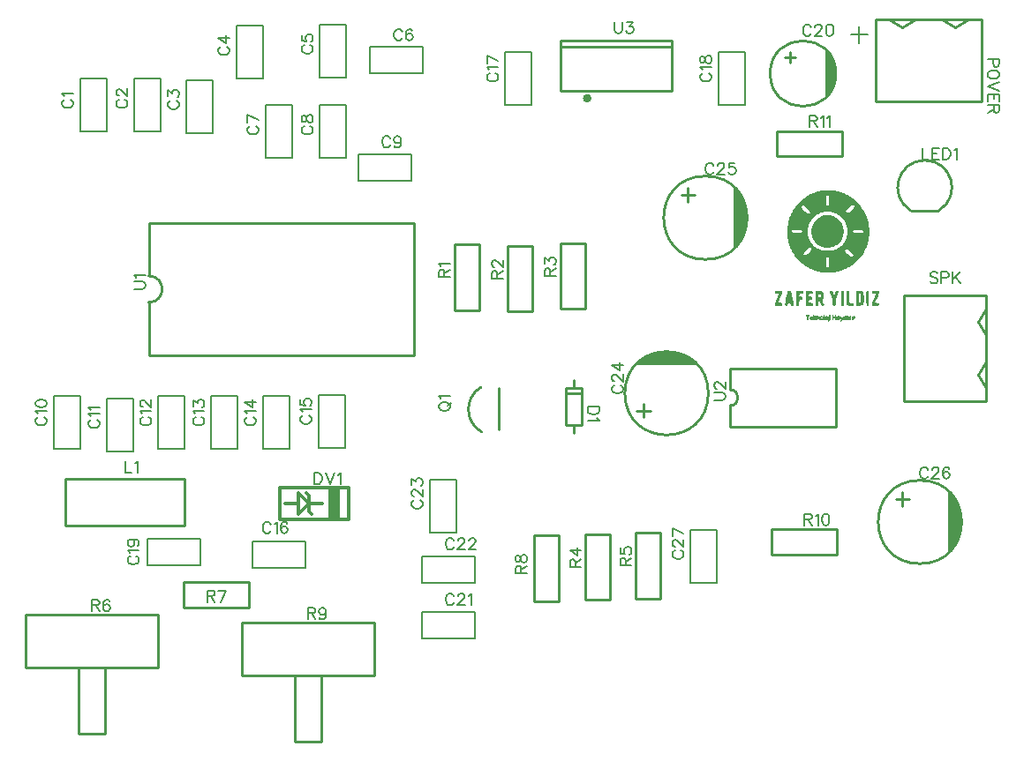
<source format=gto>
G04 Layer: TopSilkscreenLayer*
G04 EasyEDA v6.5.1, 2022-03-19 16:14:10*
G04 3ebca1db3f2944888bc2407653f8670d,b39d96d8288a45daa3b91a2d81ef2d09,10*
G04 Gerber Generator version 0.2*
G04 Scale: 100 percent, Rotated: No, Reflected: No *
G04 Dimensions in millimeters *
G04 leading zeros omitted , absolute positions ,4 integer and 5 decimal *
%FSLAX45Y45*%
%MOMM*%

%ADD10C,0.2540*%
%ADD25C,0.2007*%
%ADD26C,0.3000*%
%ADD27C,0.4000*%
%ADD28C,0.2032*%
%ADD29C,0.1524*%

%LPD*%
G36*
X8571890Y4125366D02*
G01*
X8559190Y4125163D01*
X8546541Y4124706D01*
X8534044Y4123842D01*
X8521852Y4122724D01*
X8509965Y4121200D01*
X8498535Y4119422D01*
X8487613Y4117289D01*
X8477250Y4114800D01*
X8465616Y4111548D01*
X8454136Y4107992D01*
X8442858Y4104132D01*
X8431733Y4099915D01*
X8420760Y4095394D01*
X8409990Y4090568D01*
X8399424Y4085386D01*
X8388959Y4079900D01*
X8373956Y4071213D01*
X8583930Y4071213D01*
X8583930Y3978808D01*
X8551316Y3978808D01*
X8551316Y4071213D01*
X8373956Y4071213D01*
X8358581Y4061409D01*
X8348776Y4054551D01*
X8339175Y4047439D01*
X8329675Y4039920D01*
X8320328Y4032097D01*
X8311134Y4023918D01*
X8302040Y4015435D01*
X8293150Y4006545D01*
X8284565Y3997553D01*
X8276285Y3988155D01*
X8268258Y3978503D01*
X8255676Y3962044D01*
X8318500Y3962044D01*
X8319008Y3965498D01*
X8320938Y3968800D01*
X8324138Y3972306D01*
X8326678Y3974642D01*
X8329117Y3976420D01*
X8331606Y3977538D01*
X8334146Y3977944D01*
X8336889Y3977640D01*
X8339937Y3976522D01*
X8343392Y3974592D01*
X8347354Y3971747D01*
X8357260Y3963162D01*
X8370417Y3950462D01*
X8378037Y3942740D01*
X8384438Y3935679D01*
X8389670Y3929329D01*
X8393332Y3924249D01*
X8743797Y3924249D01*
X8745118Y3927754D01*
X8748115Y3932224D01*
X8752890Y3937914D01*
X8768689Y3954373D01*
X8775903Y3961536D01*
X8782456Y3967632D01*
X8788349Y3972712D01*
X8793683Y3976776D01*
X8798509Y3979875D01*
X8802878Y3982059D01*
X8806840Y3983278D01*
X8810447Y3983583D01*
X8813800Y3983024D01*
X8816949Y3981653D01*
X8819946Y3979418D01*
X8822842Y3976370D01*
X8824417Y3973880D01*
X8825077Y3971290D01*
X8824671Y3968292D01*
X8823198Y3964736D01*
X8820454Y3960418D01*
X8816390Y3955186D01*
X8810904Y3948836D01*
X8796832Y3933850D01*
X8790381Y3927500D01*
X8784437Y3922166D01*
X8779052Y3917848D01*
X8774074Y3914444D01*
X8769502Y3912006D01*
X8765286Y3910431D01*
X8761425Y3909822D01*
X8757767Y3910025D01*
X8754313Y3911142D01*
X8751062Y3913022D01*
X8747912Y3915765D01*
X8745372Y3918610D01*
X8743950Y3921302D01*
X8743797Y3924249D01*
X8393332Y3924249D01*
X8396579Y3918712D01*
X8398256Y3914444D01*
X8398764Y3910837D01*
X8398052Y3907891D01*
X8396224Y3905656D01*
X8393176Y3904030D01*
X8388959Y3903065D01*
X8383574Y3902710D01*
X8379256Y3903065D01*
X8374938Y3904081D01*
X8370519Y3905961D01*
X8365896Y3908653D01*
X8360918Y3912311D01*
X8355482Y3916934D01*
X8349488Y3922725D01*
X8333790Y3939387D01*
X8327034Y3947160D01*
X8322360Y3953256D01*
X8319566Y3958082D01*
X8318500Y3962044D01*
X8255676Y3962044D01*
X8249462Y3953205D01*
X8242452Y3942587D01*
X8235797Y3931767D01*
X8229447Y3920693D01*
X8223402Y3909466D01*
X8217712Y3897985D01*
X8212378Y3886352D01*
X8207400Y3874515D01*
X8202828Y3862578D01*
X8199018Y3851656D01*
X8195919Y3841445D01*
X8193176Y3830574D01*
X8190687Y3819144D01*
X8188502Y3807256D01*
X8186623Y3794963D01*
X8185048Y3782314D01*
X8183778Y3769461D01*
X8182762Y3756456D01*
X8182152Y3743350D01*
X8181779Y3727907D01*
X8225231Y3727907D01*
X8225332Y3731615D01*
X8225840Y3734765D01*
X8226755Y3737406D01*
X8228279Y3739591D01*
X8230514Y3741267D01*
X8233613Y3742588D01*
X8237677Y3743502D01*
X8242808Y3744112D01*
X8249107Y3744417D01*
X8265922Y3744315D01*
X8290153Y3743401D01*
X8300618Y3742791D01*
X8308441Y3741978D01*
X8313978Y3740810D01*
X8317687Y3739134D01*
X8319973Y3736949D01*
X8321294Y3733952D01*
X8321716Y3731869D01*
X8377631Y3731869D01*
X8378139Y3745433D01*
X8379409Y3758742D01*
X8381339Y3771696D01*
X8383930Y3783939D01*
X8387283Y3795318D01*
X8389162Y3800652D01*
X8393480Y3810355D01*
X8400135Y3822598D01*
X8406942Y3833876D01*
X8414004Y3844290D01*
X8421370Y3853840D01*
X8429142Y3862628D01*
X8437372Y3870756D01*
X8446109Y3878224D01*
X8455456Y3885133D01*
X8465464Y3891534D01*
X8476234Y3897528D01*
X8487867Y3903116D01*
X8500364Y3908450D01*
X8505444Y3910329D01*
X8510778Y3912006D01*
X8522258Y3914800D01*
X8534552Y3916781D01*
X8547506Y3918051D01*
X8560866Y3918559D01*
X8574481Y3918305D01*
X8588146Y3917289D01*
X8601659Y3915562D01*
X8614816Y3913174D01*
X8627465Y3910025D01*
X8639403Y3906164D01*
X8650376Y3901643D01*
X8655913Y3898950D01*
X8666683Y3892854D01*
X8677148Y3885895D01*
X8687206Y3878072D01*
X8696858Y3869537D01*
X8706053Y3860190D01*
X8714689Y3850182D01*
X8722766Y3839514D01*
X8730234Y3828287D01*
X8737092Y3816451D01*
X8743238Y3804158D01*
X8748014Y3793083D01*
X8751316Y3782568D01*
X8752484Y3777132D01*
X8753449Y3771341D01*
X8754110Y3765042D01*
X8754872Y3750310D01*
X8755107Y3727907D01*
X8812174Y3727907D01*
X8812276Y3731615D01*
X8812784Y3734765D01*
X8813698Y3737406D01*
X8815273Y3739591D01*
X8817508Y3741267D01*
X8820556Y3742588D01*
X8824620Y3743502D01*
X8829751Y3744112D01*
X8836101Y3744417D01*
X8852865Y3744315D01*
X8877096Y3743401D01*
X8887561Y3742791D01*
X8895384Y3741978D01*
X8900922Y3740810D01*
X8904630Y3739134D01*
X8906967Y3736949D01*
X8908288Y3733952D01*
X8908999Y3730193D01*
X8909405Y3726230D01*
X8909050Y3723233D01*
X8907373Y3721049D01*
X8903868Y3719576D01*
X8898026Y3718661D01*
X8889390Y3718204D01*
X8861450Y3717950D01*
X8835136Y3718255D01*
X8826449Y3718763D01*
X8820251Y3719576D01*
X8816136Y3720846D01*
X8813647Y3722573D01*
X8812479Y3724910D01*
X8812174Y3727907D01*
X8755107Y3727907D01*
X8754872Y3713073D01*
X8754110Y3698341D01*
X8752535Y3686048D01*
X8751366Y3680510D01*
X8749944Y3675126D01*
X8746185Y3664305D01*
X8740952Y3652469D01*
X8735009Y3640531D01*
X8728811Y3629558D01*
X8722207Y3619449D01*
X8715197Y3610101D01*
X8707628Y3601465D01*
X8699449Y3593388D01*
X8690559Y3585870D01*
X8680907Y3578707D01*
X8670340Y3571900D01*
X8658809Y3565296D01*
X8647785Y3559403D01*
X8638438Y3554882D01*
X8630005Y3551631D01*
X8625789Y3550361D01*
X8618372Y3548837D01*
X8736076Y3548837D01*
X8736584Y3551732D01*
X8737803Y3554323D01*
X8739682Y3556711D01*
X8742070Y3558590D01*
X8744661Y3559810D01*
X8747506Y3560267D01*
X8750706Y3560064D01*
X8754211Y3559098D01*
X8758072Y3557371D01*
X8762339Y3554933D01*
X8766962Y3551682D01*
X8772042Y3547668D01*
X8777630Y3542842D01*
X8790178Y3530752D01*
X8798509Y3522167D01*
X8804960Y3515156D01*
X8809736Y3509518D01*
X8812834Y3504946D01*
X8814562Y3501237D01*
X8814917Y3498087D01*
X8814155Y3495344D01*
X8812377Y3492703D01*
X8809634Y3489706D01*
X8806891Y3487420D01*
X8804046Y3485896D01*
X8801049Y3485083D01*
X8797848Y3485134D01*
X8794343Y3485946D01*
X8790482Y3487623D01*
X8786164Y3490163D01*
X8781338Y3493617D01*
X8775903Y3497935D01*
X8763000Y3509467D01*
X8757158Y3515106D01*
X8752027Y3520440D01*
X8747607Y3525418D01*
X8743899Y3530092D01*
X8740902Y3534410D01*
X8738666Y3538474D01*
X8737092Y3542182D01*
X8736228Y3545636D01*
X8736076Y3548837D01*
X8618372Y3548837D01*
X8611870Y3547922D01*
X8600287Y3547160D01*
X8585860Y3546805D01*
X8558072Y3546754D01*
X8542020Y3546957D01*
X8529167Y3547516D01*
X8518702Y3548532D01*
X8514029Y3549294D01*
X8509660Y3550259D01*
X8501278Y3552850D01*
X8492642Y3556457D01*
X8482838Y3561232D01*
X8471204Y3567429D01*
X8459470Y3574745D01*
X8448243Y3582822D01*
X8437676Y3591712D01*
X8427720Y3601212D01*
X8418525Y3611372D01*
X8410143Y3622040D01*
X8402624Y3633215D01*
X8399170Y3638956D01*
X8395970Y3644798D01*
X8390331Y3656736D01*
X8387892Y3662781D01*
X8384387Y3673754D01*
X8382863Y3679647D01*
X8380475Y3691940D01*
X8379510Y3698341D01*
X8378240Y3711549D01*
X8377834Y3718255D01*
X8377631Y3731869D01*
X8321716Y3731869D01*
X8322462Y3726230D01*
X8322106Y3723233D01*
X8320430Y3721049D01*
X8316925Y3719576D01*
X8311083Y3718661D01*
X8302447Y3718204D01*
X8274507Y3717950D01*
X8248142Y3718255D01*
X8239506Y3718763D01*
X8233308Y3719576D01*
X8229142Y3720846D01*
X8226704Y3722573D01*
X8225536Y3724910D01*
X8225231Y3727907D01*
X8181779Y3727907D01*
X8181797Y3717137D01*
X8182102Y3704183D01*
X8182711Y3691432D01*
X8183676Y3679037D01*
X8184997Y3666947D01*
X8186674Y3655314D01*
X8188655Y3644188D01*
X8191144Y3632911D01*
X8194243Y3621074D01*
X8197697Y3609390D01*
X8201609Y3597757D01*
X8205876Y3586327D01*
X8210499Y3574999D01*
X8215528Y3563772D01*
X8220913Y3552748D01*
X8226653Y3541877D01*
X8232749Y3531209D01*
X8239201Y3520694D01*
X8247345Y3508349D01*
X8334451Y3508349D01*
X8334806Y3511854D01*
X8336280Y3516020D01*
X8338870Y3520948D01*
X8342630Y3526536D01*
X8347506Y3532835D01*
X8353552Y3539896D01*
X8360765Y3547719D01*
X8367268Y3554374D01*
X8373414Y3560013D01*
X8379155Y3564686D01*
X8384489Y3568395D01*
X8389416Y3571087D01*
X8393938Y3572764D01*
X8398002Y3573475D01*
X8401710Y3573221D01*
X8404961Y3571951D01*
X8407806Y3569715D01*
X8410244Y3566464D01*
X8412276Y3562248D01*
X8412480Y3560013D01*
X8411718Y3557066D01*
X8410041Y3553358D01*
X8407552Y3549091D01*
X8404250Y3544265D01*
X8400237Y3538982D01*
X8395512Y3533343D01*
X8383524Y3520490D01*
X8377529Y3514750D01*
X8372094Y3510076D01*
X8367115Y3506470D01*
X8362492Y3503777D01*
X8358073Y3501948D01*
X8353806Y3500882D01*
X8349488Y3500577D01*
X8344204Y3500882D01*
X8340090Y3501796D01*
X8337092Y3503320D01*
X8335213Y3505504D01*
X8334451Y3508349D01*
X8247345Y3508349D01*
X8253018Y3500221D01*
X8260435Y3490315D01*
X8268106Y3480612D01*
X8276081Y3471113D01*
X8284362Y3461867D01*
X8292896Y3452876D01*
X8301736Y3444138D01*
X8311562Y3434994D01*
X8551316Y3434994D01*
X8551519Y3454552D01*
X8551875Y3462070D01*
X8552434Y3468217D01*
X8553246Y3473196D01*
X8554364Y3477006D01*
X8555888Y3479850D01*
X8557768Y3481832D01*
X8560054Y3483000D01*
X8562848Y3483559D01*
X8566200Y3483559D01*
X8570112Y3483101D01*
X8573465Y3482390D01*
X8576106Y3480968D01*
X8578138Y3478479D01*
X8579662Y3474618D01*
X8580780Y3468928D01*
X8581593Y3461054D01*
X8582761Y3437382D01*
X8583117Y3425190D01*
X8583168Y3415233D01*
X8582964Y3407359D01*
X8582355Y3401263D01*
X8581440Y3396691D01*
X8580069Y3393440D01*
X8578240Y3391306D01*
X8575954Y3389985D01*
X8571331Y3388461D01*
X8567318Y3387648D01*
X8563813Y3387699D01*
X8560816Y3388614D01*
X8558326Y3390493D01*
X8556244Y3393338D01*
X8554618Y3397250D01*
X8553297Y3402329D01*
X8552383Y3408578D01*
X8551773Y3416046D01*
X8551418Y3424834D01*
X8551316Y3434994D01*
X8311562Y3434994D01*
X8320125Y3427425D01*
X8329675Y3419449D01*
X8339480Y3411829D01*
X8349488Y3404463D01*
X8359749Y3397402D01*
X8370163Y3390646D01*
X8380780Y3384194D01*
X8391601Y3378098D01*
X8402624Y3372358D01*
X8413750Y3366973D01*
X8425078Y3361893D01*
X8436559Y3357219D01*
X8448192Y3352901D01*
X8459978Y3348990D01*
X8471814Y3345434D01*
X8483854Y3342284D01*
X8495690Y3339642D01*
X8507272Y3337407D01*
X8518906Y3335528D01*
X8530539Y3334054D01*
X8542172Y3332937D01*
X8553856Y3332175D01*
X8565489Y3331819D01*
X8577173Y3331819D01*
X8588857Y3332226D01*
X8600541Y3332987D01*
X8612225Y3334105D01*
X8623909Y3335629D01*
X8635593Y3337509D01*
X8647328Y3339744D01*
X8659012Y3342386D01*
X8670747Y3345383D01*
X8682431Y3348786D01*
X8694166Y3352546D01*
X8705850Y3356660D01*
X8717584Y3361131D01*
X8729268Y3366008D01*
X8741003Y3371291D01*
X8765133Y3383076D01*
X8775547Y3388766D01*
X8785098Y3394405D01*
X8794089Y3400399D01*
X8802878Y3406952D01*
X8811869Y3414318D01*
X8821470Y3422853D01*
X8831986Y3432810D01*
X8856573Y3457295D01*
X8867749Y3468776D01*
X8877452Y3479190D01*
X8885936Y3488740D01*
X8893352Y3497732D01*
X8899956Y3506470D01*
X8905900Y3515156D01*
X8911437Y3524097D01*
X8916822Y3533597D01*
X8922156Y3543909D01*
X8928252Y3556457D01*
X8934500Y3569919D01*
X8940038Y3582720D01*
X8944965Y3595014D01*
X8949283Y3606952D01*
X8953042Y3618687D01*
X8956243Y3630320D01*
X8958935Y3642055D01*
X8961170Y3653942D01*
X8962948Y3666134D01*
X8964320Y3678834D01*
X8965285Y3692093D01*
X8965895Y3706114D01*
X8966250Y3720998D01*
X8966149Y3745788D01*
X8965742Y3760927D01*
X8964980Y3774541D01*
X8963812Y3787089D01*
X8962237Y3798874D01*
X8960154Y3810304D01*
X8957564Y3821785D01*
X8954414Y3833723D01*
X8950756Y3845966D01*
X8946794Y3858006D01*
X8942425Y3869893D01*
X8937752Y3881577D01*
X8932722Y3893058D01*
X8927388Y3904335D01*
X8921750Y3915410D01*
X8915755Y3926281D01*
X8909456Y3936898D01*
X8902852Y3947312D01*
X8895994Y3957472D01*
X8888780Y3967429D01*
X8881313Y3977081D01*
X8873540Y3986529D01*
X8865514Y3995724D01*
X8857234Y4004665D01*
X8848648Y4013301D01*
X8839809Y4021734D01*
X8830716Y4029811D01*
X8821369Y4037685D01*
X8811818Y4045204D01*
X8801963Y4052468D01*
X8791905Y4059428D01*
X8781643Y4066082D01*
X8771128Y4072432D01*
X8760409Y4078478D01*
X8749487Y4084218D01*
X8738362Y4089603D01*
X8727033Y4094632D01*
X8715502Y4099407D01*
X8703767Y4103776D01*
X8691880Y4107840D01*
X8679789Y4111498D01*
X8667546Y4114850D01*
X8656929Y4117289D01*
X8645804Y4119422D01*
X8634222Y4121251D01*
X8622182Y4122724D01*
X8609888Y4123893D01*
X8597341Y4124706D01*
X8584692Y4125163D01*
G37*
G36*
X8566150Y3888638D02*
G01*
X8560358Y3888536D01*
X8548878Y3887622D01*
X8537092Y3885590D01*
X8531047Y3884168D01*
X8525103Y3882440D01*
X8513318Y3878173D01*
X8507526Y3875684D01*
X8496147Y3869893D01*
X8485225Y3863238D01*
X8479942Y3859580D01*
X8469680Y3851605D01*
X8460028Y3842816D01*
X8450986Y3833317D01*
X8442706Y3823157D01*
X8435187Y3812336D01*
X8431733Y3806748D01*
X8425484Y3795115D01*
X8421370Y3785768D01*
X8418169Y3776472D01*
X8415832Y3766820D01*
X8414258Y3756355D01*
X8413343Y3744772D01*
X8413038Y3731514D01*
X8413394Y3719677D01*
X8414562Y3708196D01*
X8416493Y3696970D01*
X8419185Y3686149D01*
X8422538Y3675634D01*
X8426551Y3665575D01*
X8431174Y3655872D01*
X8436457Y3646627D01*
X8442248Y3637787D01*
X8448598Y3629456D01*
X8455456Y3621582D01*
X8462822Y3614267D01*
X8470595Y3607409D01*
X8478774Y3601161D01*
X8487308Y3595420D01*
X8496198Y3590290D01*
X8505444Y3585768D01*
X8514892Y3581908D01*
X8524646Y3578656D01*
X8534603Y3576065D01*
X8544763Y3574135D01*
X8555075Y3572967D01*
X8560257Y3572611D01*
X8570722Y3572560D01*
X8581237Y3573170D01*
X8591804Y3574643D01*
X8602421Y3576828D01*
X8612987Y3579876D01*
X8623503Y3583787D01*
X8633917Y3588512D01*
X8644331Y3594150D01*
X8654338Y3600653D01*
X8663736Y3607714D01*
X8672372Y3615385D01*
X8680399Y3623564D01*
X8687663Y3632200D01*
X8694267Y3641293D01*
X8700211Y3650742D01*
X8705392Y3660546D01*
X8709863Y3670706D01*
X8713622Y3681069D01*
X8716619Y3691686D01*
X8718905Y3702405D01*
X8720429Y3713327D01*
X8721242Y3724300D01*
X8721293Y3735273D01*
X8720582Y3746296D01*
X8719108Y3757218D01*
X8716822Y3768039D01*
X8713774Y3778758D01*
X8711996Y3784041D01*
X8707780Y3794455D01*
X8702751Y3804615D01*
X8696960Y3814470D01*
X8690305Y3824020D01*
X8682888Y3833164D01*
X8678875Y3837584D01*
X8669985Y3846220D01*
X8660384Y3854348D01*
X8650274Y3861714D01*
X8639810Y3868165D01*
X8628989Y3873804D01*
X8617864Y3878579D01*
X8606586Y3882440D01*
X8595106Y3885387D01*
X8589365Y3886504D01*
X8577732Y3888028D01*
G37*
G36*
X8361070Y3158693D02*
G01*
X8361070Y3016859D01*
X8408060Y3016910D01*
X8416645Y3017164D01*
X8422894Y3017672D01*
X8427110Y3018637D01*
X8429650Y3020110D01*
X8430920Y3022295D01*
X8431174Y3025241D01*
X8430768Y3029102D01*
X8428990Y3035198D01*
X8425332Y3039211D01*
X8418779Y3041650D01*
X8398052Y3044342D01*
X8391855Y3046730D01*
X8388959Y3050997D01*
X8388248Y3057956D01*
X8388858Y3064459D01*
X8390991Y3068523D01*
X8395157Y3070606D01*
X8408822Y3071825D01*
X8412937Y3074212D01*
X8414918Y3079140D01*
X8415426Y3087522D01*
X8414918Y3095853D01*
X8412937Y3100832D01*
X8408822Y3103219D01*
X8395157Y3104388D01*
X8390991Y3106521D01*
X8388858Y3110585D01*
X8388248Y3117088D01*
X8388959Y3123996D01*
X8391855Y3128264D01*
X8398052Y3130702D01*
X8418677Y3133344D01*
X8424926Y3135579D01*
X8428126Y3139186D01*
X8429040Y3144570D01*
X8428786Y3147771D01*
X8427923Y3150362D01*
X8426145Y3152343D01*
X8423198Y3153867D01*
X8418880Y3154984D01*
X8412937Y3155848D01*
X8395055Y3157067D01*
G37*
G36*
X8097520Y3158185D02*
G01*
X8077606Y3157880D01*
X8071358Y3157321D01*
X8067040Y3156305D01*
X8064347Y3154629D01*
X8062874Y3152241D01*
X8062264Y3148939D01*
X8062163Y3144570D01*
X8062772Y3137408D01*
X8065414Y3133344D01*
X8071205Y3131464D01*
X8088579Y3130854D01*
X8094624Y3130397D01*
X8098688Y3129737D01*
X8100212Y3128975D01*
X8098688Y3124860D01*
X8088579Y3101543D01*
X8081213Y3085185D01*
X8073796Y3067913D01*
X8067751Y3051810D01*
X8065414Y3044698D01*
X8063687Y3038602D01*
X8062569Y3033674D01*
X8062163Y3030169D01*
X8062315Y3025902D01*
X8062925Y3022701D01*
X8064398Y3020364D01*
X8067141Y3018739D01*
X8071459Y3017723D01*
X8077708Y3017164D01*
X8097520Y3016859D01*
X8117382Y3017164D01*
X8123631Y3017723D01*
X8127949Y3018739D01*
X8130641Y3020415D01*
X8132114Y3022803D01*
X8132724Y3026105D01*
X8132825Y3030474D01*
X8132216Y3037586D01*
X8129574Y3041700D01*
X8123783Y3043580D01*
X8106409Y3044240D01*
X8100364Y3044748D01*
X8096300Y3045510D01*
X8094776Y3046425D01*
X8096300Y3050692D01*
X8106409Y3074212D01*
X8117636Y3099257D01*
X8124393Y3116122D01*
X8129574Y3130905D01*
X8131302Y3136950D01*
X8132419Y3141827D01*
X8132825Y3145282D01*
X8132673Y3149346D01*
X8132013Y3152444D01*
X8130489Y3154730D01*
X8127746Y3156305D01*
X8123428Y3157321D01*
X8117179Y3157880D01*
G37*
G36*
X8200034Y3158185D02*
G01*
X8190280Y3157626D01*
X8184438Y3154984D01*
X8181035Y3148838D01*
X8177936Y3134563D01*
X8168656Y3084931D01*
X8196072Y3084931D01*
X8196732Y3090214D01*
X8197900Y3095498D01*
X8199170Y3099816D01*
X8200390Y3102762D01*
X8201406Y3103829D01*
X8202218Y3102762D01*
X8202879Y3099816D01*
X8203285Y3095498D01*
X8203488Y3090214D01*
X8203082Y3084931D01*
X8202117Y3080613D01*
X8200593Y3077718D01*
X8198815Y3076651D01*
X8197189Y3077718D01*
X8196224Y3080613D01*
X8196072Y3084931D01*
X8168656Y3084931D01*
X8161070Y3043326D01*
X8159902Y3034690D01*
X8159394Y3028188D01*
X8159546Y3023565D01*
X8160359Y3020517D01*
X8161781Y3018688D01*
X8163915Y3017774D01*
X8173059Y3017215D01*
X8180425Y3019958D01*
X8185353Y3025495D01*
X8188198Y3038602D01*
X8190941Y3042005D01*
X8194802Y3043682D01*
X8199374Y3043682D01*
X8204047Y3042158D01*
X8208264Y3039160D01*
X8211566Y3034792D01*
X8214868Y3023463D01*
X8217712Y3019653D01*
X8222132Y3017520D01*
X8228330Y3016859D01*
X8233562Y3016859D01*
X8235645Y3017113D01*
X8237321Y3017621D01*
X8238642Y3018586D01*
X8239607Y3020060D01*
X8240217Y3022244D01*
X8240471Y3025241D01*
X8239861Y3034182D01*
X8237880Y3047847D01*
X8217814Y3158185D01*
G37*
G36*
X8268665Y3158185D02*
G01*
X8268665Y3016859D01*
X8286496Y3017012D01*
X8289747Y3017520D01*
X8292134Y3018790D01*
X8293811Y3020923D01*
X8294928Y3024276D01*
X8295538Y3029102D01*
X8296198Y3058972D01*
X8296808Y3063798D01*
X8297925Y3067151D01*
X8299602Y3069285D01*
X8301990Y3070555D01*
X8305241Y3071063D01*
X8309457Y3071215D01*
X8316417Y3071825D01*
X8320531Y3074212D01*
X8322513Y3079140D01*
X8323021Y3087522D01*
X8322513Y3095853D01*
X8320531Y3100832D01*
X8316417Y3103219D01*
X8302752Y3104388D01*
X8298586Y3106521D01*
X8296452Y3110687D01*
X8295843Y3117392D01*
X8296503Y3124555D01*
X8299145Y3128670D01*
X8304885Y3130550D01*
X8324900Y3131464D01*
X8330641Y3133344D01*
X8333282Y3137408D01*
X8333892Y3144570D01*
X8333790Y3148888D01*
X8333181Y3152190D01*
X8331809Y3154578D01*
X8329269Y3156254D01*
X8325307Y3157270D01*
X8319516Y3157880D01*
X8301278Y3158185D01*
G37*
G36*
X8453475Y3158185D02*
G01*
X8453475Y3111550D01*
X8480653Y3111550D01*
X8481110Y3121355D01*
X8482787Y3127298D01*
X8486190Y3130194D01*
X8491880Y3131007D01*
X8497519Y3130296D01*
X8500668Y3127705D01*
X8501786Y3122320D01*
X8501380Y3113379D01*
X8500008Y3105607D01*
X8497671Y3099765D01*
X8494420Y3095853D01*
X8490153Y3093974D01*
X8485479Y3093923D01*
X8482533Y3096412D01*
X8481060Y3102051D01*
X8480653Y3111550D01*
X8453475Y3111550D01*
X8453475Y3016859D01*
X8467039Y3016859D01*
X8474456Y3017520D01*
X8478570Y3020720D01*
X8480298Y3028188D01*
X8480856Y3048762D01*
X8481415Y3054502D01*
X8482380Y3058922D01*
X8483600Y3062020D01*
X8485073Y3063900D01*
X8486800Y3064459D01*
X8488680Y3063748D01*
X8490712Y3061766D01*
X8492845Y3058464D01*
X8495030Y3053943D01*
X8497214Y3048101D01*
X8503056Y3030067D01*
X8507171Y3023260D01*
X8512810Y3019552D01*
X8520938Y3017774D01*
X8528304Y3017316D01*
X8532571Y3018078D01*
X8534146Y3020314D01*
X8533333Y3024225D01*
X8528456Y3038094D01*
X8524798Y3051048D01*
X8523427Y3057042D01*
X8522411Y3062630D01*
X8521395Y3072282D01*
X8521395Y3076244D01*
X8521801Y3079496D01*
X8522563Y3082086D01*
X8525713Y3086658D01*
X8527237Y3090519D01*
X8528354Y3095294D01*
X8529066Y3100781D01*
X8529370Y3106775D01*
X8529320Y3113074D01*
X8528862Y3119475D01*
X8527999Y3125774D01*
X8526830Y3131769D01*
X8525256Y3137306D01*
X8523325Y3142132D01*
X8521090Y3146094D01*
X8518448Y3149447D01*
X8515654Y3152190D01*
X8512454Y3154273D01*
X8508593Y3155848D01*
X8503970Y3156966D01*
X8498332Y3157677D01*
X8483041Y3158185D01*
G37*
G36*
X8602472Y3158185D02*
G01*
X8597392Y3157728D01*
X8593175Y3156610D01*
X8590381Y3154934D01*
X8589365Y3152851D01*
X8589619Y3151073D01*
X8591651Y3143707D01*
X8595360Y3132480D01*
X8604961Y3105861D01*
X8608568Y3094431D01*
X8611565Y3082899D01*
X8613952Y3071571D01*
X8615578Y3060750D01*
X8616391Y3050743D01*
X8616848Y3029915D01*
X8617458Y3024733D01*
X8618524Y3021126D01*
X8620201Y3018840D01*
X8622588Y3017570D01*
X8625840Y3017012D01*
X8630107Y3016859D01*
X8634374Y3017012D01*
X8637625Y3017570D01*
X8640013Y3018840D01*
X8641689Y3021126D01*
X8642756Y3024632D01*
X8643366Y3029762D01*
X8643670Y3045714D01*
X8644128Y3055162D01*
X8645347Y3065373D01*
X8647328Y3076143D01*
X8650020Y3087217D01*
X8653322Y3098342D01*
X8664295Y3127756D01*
X8666734Y3134969D01*
X8668512Y3140964D01*
X8669629Y3145891D01*
X8670036Y3149803D01*
X8669731Y3152800D01*
X8668766Y3154984D01*
X8667140Y3156559D01*
X8664803Y3157524D01*
X8661806Y3158032D01*
X8658148Y3158185D01*
X8651544Y3157169D01*
X8646515Y3153562D01*
X8642400Y3146501D01*
X8638336Y3135071D01*
X8631275Y3111957D01*
X8623452Y3135071D01*
X8618982Y3146552D01*
X8614562Y3153613D01*
X8609330Y3157169D01*
G37*
G36*
X8698026Y3158185D02*
G01*
X8698026Y3016859D01*
X8725204Y3016859D01*
X8725204Y3158185D01*
G37*
G36*
X8763101Y3158185D02*
G01*
X8758580Y3157626D01*
X8754465Y3156051D01*
X8751265Y3153816D01*
X8749334Y3151022D01*
X8748623Y3146907D01*
X8747810Y3127756D01*
X8747810Y3098495D01*
X8749690Y3019602D01*
X8795054Y3017469D01*
X8803386Y3017266D01*
X8809380Y3017520D01*
X8813444Y3018282D01*
X8815832Y3019653D01*
X8816949Y3021838D01*
X8817102Y3024835D01*
X8816644Y3028797D01*
X8814917Y3035096D01*
X8811260Y3039211D01*
X8804757Y3041650D01*
X8794496Y3043021D01*
X8774125Y3044698D01*
X8774023Y3124200D01*
X8773566Y3139897D01*
X8773109Y3145485D01*
X8772499Y3149803D01*
X8771636Y3153054D01*
X8770569Y3155340D01*
X8769197Y3156813D01*
X8767521Y3157677D01*
X8765489Y3158083D01*
G37*
G36*
X8839352Y3158185D02*
G01*
X8839352Y3087522D01*
X8866530Y3087522D01*
X8866835Y3111144D01*
X8867343Y3118764D01*
X8868206Y3124200D01*
X8869578Y3127756D01*
X8871508Y3129788D01*
X8874048Y3130753D01*
X8877401Y3131007D01*
X8880703Y3130753D01*
X8883294Y3129788D01*
X8885224Y3127756D01*
X8886545Y3124200D01*
X8887460Y3118764D01*
X8887968Y3111144D01*
X8888272Y3087522D01*
X8887968Y3063900D01*
X8887460Y3056229D01*
X8886545Y3050844D01*
X8885224Y3047288D01*
X8883294Y3045206D01*
X8880703Y3044291D01*
X8877401Y3044037D01*
X8874048Y3044291D01*
X8871508Y3045206D01*
X8869578Y3047288D01*
X8868206Y3050844D01*
X8867343Y3056229D01*
X8866835Y3063900D01*
X8866530Y3087522D01*
X8839352Y3087522D01*
X8839352Y3016859D01*
X8876131Y3016961D01*
X8882532Y3017367D01*
X8888222Y3018129D01*
X8893251Y3019247D01*
X8897620Y3020872D01*
X8901430Y3023006D01*
X8904630Y3025749D01*
X8907373Y3029153D01*
X8909608Y3033268D01*
X8911386Y3038144D01*
X8912809Y3043885D01*
X8913876Y3050540D01*
X8914587Y3058160D01*
X8915095Y3066846D01*
X8915450Y3087522D01*
X8915095Y3108198D01*
X8914587Y3116884D01*
X8913876Y3124504D01*
X8912809Y3131159D01*
X8911386Y3136900D01*
X8909608Y3141776D01*
X8907373Y3145891D01*
X8904630Y3149295D01*
X8901430Y3152038D01*
X8897620Y3154172D01*
X8893251Y3155746D01*
X8888222Y3156915D01*
X8882532Y3157626D01*
X8876131Y3158032D01*
G37*
G36*
X8953296Y3158185D02*
G01*
X8948775Y3157626D01*
X8944711Y3156051D01*
X8941460Y3153816D01*
X8939530Y3151022D01*
X8938869Y3146907D01*
X8938361Y3138932D01*
X8938056Y3127756D01*
X8937955Y3106470D01*
X8938717Y3067964D01*
X8939479Y3046780D01*
X8939936Y3038957D01*
X8940596Y3032760D01*
X8941358Y3027984D01*
X8942374Y3024428D01*
X8943644Y3021888D01*
X8945219Y3020110D01*
X8947099Y3018993D01*
X8952128Y3017824D01*
X8957259Y3017469D01*
X8959138Y3018028D01*
X8960662Y3019348D01*
X8961882Y3021736D01*
X8962796Y3025394D01*
X8963456Y3030524D01*
X8964117Y3046323D01*
X8964320Y3070910D01*
X8964269Y3115919D01*
X8963812Y3135680D01*
X8963406Y3142691D01*
X8962796Y3148076D01*
X8961932Y3152038D01*
X8960866Y3154832D01*
X8959494Y3156610D01*
X8957767Y3157626D01*
X8955735Y3158083D01*
G37*
G36*
X9026855Y3158185D02*
G01*
X9006941Y3157880D01*
X9000693Y3157321D01*
X8996426Y3156305D01*
X8993733Y3154629D01*
X8992260Y3152241D01*
X8991650Y3148939D01*
X8991498Y3144570D01*
X8992158Y3137408D01*
X8994800Y3133344D01*
X9000540Y3131464D01*
X9017914Y3130804D01*
X9023959Y3130296D01*
X9028074Y3129534D01*
X9029547Y3128568D01*
X9028074Y3124352D01*
X9017914Y3100832D01*
X9010548Y3084423D01*
X9003131Y3067202D01*
X8997086Y3051149D01*
X8993022Y3038094D01*
X8991904Y3033217D01*
X8991498Y3029762D01*
X8991650Y3025698D01*
X8992311Y3022549D01*
X8993835Y3020314D01*
X8996629Y3018688D01*
X9000998Y3017723D01*
X9007297Y3017164D01*
X9027210Y3016859D01*
X9047073Y3017164D01*
X9053322Y3017672D01*
X9057538Y3018637D01*
X9060129Y3020110D01*
X9061348Y3022295D01*
X9061602Y3025241D01*
X9061196Y3029102D01*
X9059519Y3035046D01*
X9056065Y3039059D01*
X9050324Y3041599D01*
X9041790Y3043021D01*
X9034932Y3043834D01*
X9029293Y3044850D01*
X9025534Y3045866D01*
X9024112Y3046831D01*
X9029700Y3061055D01*
X9043162Y3092196D01*
X9050528Y3109925D01*
X9056573Y3126079D01*
X9060688Y3138982D01*
X9061805Y3143656D01*
X9062161Y3146806D01*
X9061958Y3150260D01*
X9061196Y3152952D01*
X9059468Y3154934D01*
X9056573Y3156356D01*
X9052153Y3157321D01*
X9045956Y3157829D01*
G37*
G36*
X8374684Y2929890D02*
G01*
X8367268Y2929483D01*
X8361222Y2928264D01*
X8357158Y2926486D01*
X8355634Y2924302D01*
X8356295Y2921863D01*
X8358022Y2919425D01*
X8360613Y2917240D01*
X8363813Y2915564D01*
X8367217Y2912973D01*
X8369757Y2908249D01*
X8371382Y2901746D01*
X8372348Y2886303D01*
X8373465Y2881071D01*
X8375192Y2878277D01*
X8377377Y2878277D01*
X8379510Y2880817D01*
X8381238Y2885338D01*
X8382406Y2891129D01*
X8383270Y2903829D01*
X8384438Y2908909D01*
X8386165Y2912364D01*
X8388248Y2913583D01*
X8390382Y2914243D01*
X8392109Y2915970D01*
X8393277Y2918561D01*
X8393684Y2921762D01*
X8392566Y2925419D01*
X8389162Y2927959D01*
X8383270Y2929432D01*
G37*
G36*
X8535009Y2929890D02*
G01*
X8532876Y2929026D01*
X8531148Y2926689D01*
X8529980Y2923235D01*
X8529218Y2913532D01*
X8527694Y2911144D01*
X8524544Y2911602D01*
X8513673Y2917444D01*
X8509203Y2918358D01*
X8505037Y2917342D01*
X8496757Y2911703D01*
X8493556Y2910636D01*
X8490966Y2911246D01*
X8488883Y2913430D01*
X8485936Y2915564D01*
X8480501Y2916936D01*
X8473389Y2917545D01*
X8456015Y2916783D01*
X8448598Y2917748D01*
X8443010Y2920085D01*
X8438946Y2923895D01*
X8435390Y2928315D01*
X8432952Y2929636D01*
X8430920Y2927858D01*
X8428685Y2922778D01*
X8426551Y2919018D01*
X8423706Y2916529D01*
X8420354Y2915513D01*
X8412124Y2917190D01*
X8407857Y2916986D01*
X8404098Y2915564D01*
X8400796Y2913227D01*
X8398154Y2910027D01*
X8396173Y2906217D01*
X8394903Y2902000D01*
X8394679Y2899511D01*
X8449513Y2899511D01*
X8450478Y2902254D01*
X8454136Y2906979D01*
X8456777Y2907588D01*
X8458403Y2903982D01*
X8458911Y2896209D01*
X8458606Y2890977D01*
X8457539Y2888284D01*
X8455660Y2888132D01*
X8452866Y2890316D01*
X8450783Y2893110D01*
X8449665Y2896311D01*
X8449513Y2899511D01*
X8394679Y2899511D01*
X8394496Y2897479D01*
X8394954Y2892907D01*
X8396376Y2888437D01*
X8398865Y2884220D01*
X8402421Y2880512D01*
X8407196Y2877159D01*
X8410956Y2876397D01*
X8414461Y2878429D01*
X8422487Y2888234D01*
X8425180Y2890113D01*
X8427212Y2889148D01*
X8429091Y2885490D01*
X8431225Y2882442D01*
X8434781Y2880156D01*
X8439302Y2878886D01*
X8444179Y2878734D01*
X8462975Y2880563D01*
X8465616Y2881579D01*
X8467801Y2884068D01*
X8469223Y2887624D01*
X8470188Y2896057D01*
X8471357Y2899562D01*
X8473084Y2901899D01*
X8475218Y2902712D01*
X8477300Y2901899D01*
X8479028Y2899613D01*
X8479854Y2897276D01*
X8502396Y2897276D01*
X8503005Y2899410D01*
X8504783Y2901137D01*
X8507374Y2902305D01*
X8510524Y2902712D01*
X8513724Y2902305D01*
X8516315Y2901137D01*
X8518042Y2899410D01*
X8518702Y2897276D01*
X8551316Y2897276D01*
X8551722Y2899410D01*
X8552891Y2901137D01*
X8554618Y2902305D01*
X8556752Y2902712D01*
X8558834Y2902305D01*
X8560562Y2901137D01*
X8561730Y2899410D01*
X8562187Y2897276D01*
X8561730Y2895193D01*
X8560562Y2893466D01*
X8558834Y2892298D01*
X8556752Y2891840D01*
X8554618Y2892298D01*
X8552891Y2893466D01*
X8551722Y2895193D01*
X8551316Y2897276D01*
X8518702Y2897276D01*
X8518042Y2895193D01*
X8516315Y2893466D01*
X8513724Y2892298D01*
X8510524Y2891840D01*
X8507374Y2892298D01*
X8504783Y2893466D01*
X8503005Y2895193D01*
X8502396Y2897276D01*
X8479854Y2897276D01*
X8480196Y2896311D01*
X8481314Y2887878D01*
X8483244Y2884474D01*
X8486292Y2882290D01*
X8490153Y2881376D01*
X8505799Y2881122D01*
X8544153Y2880969D01*
X8551519Y2880715D01*
X8557209Y2880156D01*
X8561425Y2879344D01*
X8564422Y2878175D01*
X8566302Y2876550D01*
X8567318Y2874518D01*
X8567623Y2871927D01*
X8569147Y2866491D01*
X8572957Y2864967D01*
X8577935Y2867253D01*
X8582761Y2873349D01*
X8585047Y2876651D01*
X8587638Y2879293D01*
X8590229Y2880969D01*
X8592566Y2881477D01*
X8594445Y2883052D01*
X8596020Y2887776D01*
X8597087Y2894838D01*
X8597493Y2903575D01*
X8597036Y2914497D01*
X8595461Y2921660D01*
X8592566Y2925775D01*
X8587994Y2927553D01*
X8583574Y2927451D01*
X8580628Y2925470D01*
X8579002Y2921304D01*
X8578494Y2914802D01*
X8578291Y2907080D01*
X8577376Y2904134D01*
X8575040Y2905607D01*
X8570671Y2911195D01*
X8566200Y2916377D01*
X8562238Y2918612D01*
X8557717Y2918053D01*
X8545728Y2911652D01*
X8542324Y2911094D01*
X8540800Y2913430D01*
X8539988Y2923235D01*
X8538819Y2926689D01*
X8537092Y2929026D01*
G37*
G36*
X8616492Y2929890D02*
G01*
X8614410Y2927959D01*
X8612682Y2922727D01*
X8611514Y2914954D01*
X8611108Y2905455D01*
X8611412Y2898343D01*
X8659977Y2898343D01*
X8661958Y2901645D01*
X8666530Y2901340D01*
X8671560Y2898140D01*
X8675065Y2892856D01*
X8675370Y2890418D01*
X8674303Y2889046D01*
X8672017Y2888792D01*
X8668613Y2889707D01*
X8665260Y2891434D01*
X8662517Y2893618D01*
X8660688Y2896006D01*
X8659977Y2898343D01*
X8611412Y2898343D01*
X8611514Y2895955D01*
X8612682Y2888183D01*
X8614410Y2882900D01*
X8616492Y2880969D01*
X8618626Y2881630D01*
X8620353Y2883408D01*
X8621522Y2885998D01*
X8622588Y2892298D01*
X8624366Y2894888D01*
X8626957Y2896666D01*
X8630107Y2897276D01*
X8633256Y2896616D01*
X8635847Y2894736D01*
X8637625Y2891942D01*
X8638794Y2885236D01*
X8640318Y2883052D01*
X8642705Y2882188D01*
X8649055Y2883458D01*
X8652459Y2883306D01*
X8655608Y2882392D01*
X8661450Y2878683D01*
X8665718Y2877820D01*
X8670544Y2878124D01*
X8675370Y2879394D01*
X8679942Y2881477D01*
X8683701Y2884220D01*
X8686292Y2887522D01*
X8687257Y2891129D01*
X8687460Y2895447D01*
X8688222Y2896971D01*
X8689797Y2895854D01*
X8692388Y2892044D01*
X8694115Y2888284D01*
X8694674Y2884576D01*
X8694115Y2881071D01*
X8692337Y2877972D01*
X8690000Y2873248D01*
X8690610Y2868980D01*
X8693810Y2865882D01*
X8699195Y2864662D01*
X8701887Y2866491D01*
X8705697Y2871470D01*
X8710015Y2878836D01*
X8714486Y2887776D01*
X8720124Y2899816D01*
X8723325Y2904794D01*
X8724747Y2903321D01*
X8725039Y2897276D01*
X8736076Y2897276D01*
X8736533Y2899410D01*
X8737701Y2901137D01*
X8739428Y2902305D01*
X8741511Y2902712D01*
X8743645Y2902305D01*
X8745372Y2901137D01*
X8746540Y2899410D01*
X8746947Y2897276D01*
X8746540Y2895193D01*
X8745372Y2893466D01*
X8743645Y2892298D01*
X8741511Y2891840D01*
X8739428Y2892298D01*
X8737701Y2893466D01*
X8736533Y2895193D01*
X8736076Y2897276D01*
X8725039Y2897276D01*
X8726220Y2887319D01*
X8729624Y2882087D01*
X8735568Y2880004D01*
X8748115Y2881426D01*
X8754719Y2881731D01*
X8779662Y2881426D01*
X8785199Y2881528D01*
X8789162Y2882087D01*
X8791803Y2883306D01*
X8793276Y2885389D01*
X8793886Y2888488D01*
X8793886Y2892856D01*
X8792108Y2913176D01*
X8790736Y2920898D01*
X8788603Y2923946D01*
X8784996Y2924454D01*
X8782862Y2923082D01*
X8781034Y2919272D01*
X8779713Y2913684D01*
X8779052Y2906826D01*
X8778595Y2889148D01*
X8773414Y2906979D01*
X8770823Y2914294D01*
X8767978Y2919120D01*
X8765032Y2921406D01*
X8762085Y2921000D01*
X8757970Y2919476D01*
X8751316Y2918053D01*
X8743035Y2916936D01*
X8723884Y2915310D01*
X8716518Y2913227D01*
X8711641Y2909925D01*
X8708847Y2905201D01*
X8706713Y2899664D01*
X8704935Y2897835D01*
X8702802Y2899765D01*
X8699449Y2905455D01*
X8696198Y2909366D01*
X8691473Y2912567D01*
X8685733Y2914954D01*
X8679383Y2916428D01*
X8672779Y2916986D01*
X8666429Y2916529D01*
X8660638Y2914954D01*
X8652764Y2910332D01*
X8650630Y2910636D01*
X8649462Y2913278D01*
X8648700Y2922828D01*
X8647531Y2926537D01*
X8645804Y2928975D01*
X8643670Y2929890D01*
X8641588Y2929026D01*
X8639860Y2926689D01*
X8638692Y2923235D01*
X8637625Y2914802D01*
X8635898Y2911348D01*
X8633307Y2909011D01*
X8630107Y2908147D01*
X8626906Y2909011D01*
X8624316Y2911348D01*
X8622588Y2914802D01*
X8621522Y2923235D01*
X8620353Y2926689D01*
X8618626Y2929026D01*
G37*
G36*
X8817610Y2916580D02*
G01*
X8808821Y2915920D01*
X8803944Y2913532D01*
X8801760Y2908147D01*
X8801303Y2898648D01*
X8802014Y2891231D01*
X8803944Y2885744D01*
X8806840Y2882239D01*
X8810498Y2880766D01*
X8814612Y2881376D01*
X8818880Y2884017D01*
X8823147Y2888792D01*
X8827109Y2895701D01*
X8830157Y2902407D01*
X8832189Y2907487D01*
X8833104Y2911246D01*
X8832799Y2913786D01*
X8831224Y2915412D01*
X8828176Y2916224D01*
X8823706Y2916580D01*
G37*
D28*
X8871458Y5701792D02*
G01*
X8871458Y5535676D01*
X8788400Y5618734D02*
G01*
X8954770Y5618734D01*
D29*
X1249171Y4995418D02*
G01*
X1238757Y4990084D01*
X1228344Y4979670D01*
X1223263Y4969510D01*
X1223263Y4948681D01*
X1228344Y4938268D01*
X1238757Y4927854D01*
X1249171Y4922520D01*
X1264920Y4917439D01*
X1290828Y4917439D01*
X1306321Y4922520D01*
X1316736Y4927854D01*
X1327150Y4938268D01*
X1332229Y4948681D01*
X1332229Y4969510D01*
X1327150Y4979670D01*
X1316736Y4990084D01*
X1306321Y4995418D01*
X1244092Y5029707D02*
G01*
X1238757Y5040121D01*
X1223263Y5055615D01*
X1332229Y5055615D01*
X1769871Y4995418D02*
G01*
X1759457Y4990084D01*
X1749044Y4979670D01*
X1743963Y4969510D01*
X1743963Y4948681D01*
X1749044Y4938268D01*
X1759457Y4927854D01*
X1769871Y4922520D01*
X1785620Y4917439D01*
X1811528Y4917439D01*
X1827021Y4922520D01*
X1837436Y4927854D01*
X1847850Y4938268D01*
X1852929Y4948681D01*
X1852929Y4969510D01*
X1847850Y4979670D01*
X1837436Y4990084D01*
X1827021Y4995418D01*
X1769871Y5034787D02*
G01*
X1764792Y5034787D01*
X1754378Y5040121D01*
X1749044Y5045202D01*
X1743963Y5055615D01*
X1743963Y5076444D01*
X1749044Y5086857D01*
X1754378Y5091937D01*
X1764792Y5097271D01*
X1775205Y5097271D01*
X1785620Y5091937D01*
X1801113Y5081523D01*
X1852929Y5029707D01*
X1852929Y5102352D01*
X2265172Y4982718D02*
G01*
X2254758Y4977384D01*
X2244343Y4966970D01*
X2239263Y4956810D01*
X2239263Y4935981D01*
X2244343Y4925568D01*
X2254758Y4915154D01*
X2265172Y4909820D01*
X2280920Y4904739D01*
X2306827Y4904739D01*
X2322322Y4909820D01*
X2332736Y4915154D01*
X2343150Y4925568D01*
X2348229Y4935981D01*
X2348229Y4956810D01*
X2343150Y4966970D01*
X2332736Y4977384D01*
X2322322Y4982718D01*
X2239263Y5027421D02*
G01*
X2239263Y5084571D01*
X2280920Y5053329D01*
X2280920Y5068823D01*
X2286000Y5079237D01*
X2291079Y5084571D01*
X2306827Y5089652D01*
X2317241Y5089652D01*
X2332736Y5084571D01*
X2343150Y5074157D01*
X2348229Y5058410D01*
X2348229Y5042915D01*
X2343150Y5027421D01*
X2338070Y5022087D01*
X2327656Y5017007D01*
X2747772Y5503418D02*
G01*
X2737358Y5498084D01*
X2726943Y5487670D01*
X2721863Y5477510D01*
X2721863Y5456681D01*
X2726943Y5446268D01*
X2737358Y5435854D01*
X2747772Y5430520D01*
X2763520Y5425439D01*
X2789427Y5425439D01*
X2804922Y5430520D01*
X2815336Y5435854D01*
X2825750Y5446268D01*
X2830829Y5456681D01*
X2830829Y5477510D01*
X2825750Y5487670D01*
X2815336Y5498084D01*
X2804922Y5503418D01*
X2721863Y5589523D02*
G01*
X2794508Y5537707D01*
X2794508Y5615686D01*
X2721863Y5589523D02*
G01*
X2830829Y5589523D01*
X3547872Y5516118D02*
G01*
X3537458Y5510784D01*
X3527043Y5500370D01*
X3521963Y5490210D01*
X3521963Y5469381D01*
X3527043Y5458968D01*
X3537458Y5448554D01*
X3547872Y5443220D01*
X3563620Y5438139D01*
X3589527Y5438139D01*
X3605022Y5443220D01*
X3615436Y5448554D01*
X3625850Y5458968D01*
X3630929Y5469381D01*
X3630929Y5490210D01*
X3625850Y5500370D01*
X3615436Y5510784D01*
X3605022Y5516118D01*
X3521963Y5612637D02*
G01*
X3521963Y5560821D01*
X3568700Y5555487D01*
X3563620Y5560821D01*
X3558286Y5576315D01*
X3558286Y5591810D01*
X3563620Y5607557D01*
X3573779Y5617971D01*
X3589527Y5623052D01*
X3599941Y5623052D01*
X3615436Y5617971D01*
X3625850Y5607557D01*
X3630929Y5591810D01*
X3630929Y5576315D01*
X3625850Y5560821D01*
X3620770Y5555487D01*
X3610356Y5550407D01*
X4487418Y5646928D02*
G01*
X4482084Y5657342D01*
X4471670Y5667755D01*
X4461509Y5672836D01*
X4440681Y5672836D01*
X4430268Y5667755D01*
X4419854Y5657342D01*
X4414520Y5646928D01*
X4409440Y5631179D01*
X4409440Y5605271D01*
X4414520Y5589778D01*
X4419854Y5579363D01*
X4430268Y5568950D01*
X4440681Y5563870D01*
X4461509Y5563870D01*
X4471670Y5568950D01*
X4482084Y5579363D01*
X4487418Y5589778D01*
X4583938Y5657342D02*
G01*
X4578858Y5667755D01*
X4563109Y5672836D01*
X4552950Y5672836D01*
X4537202Y5667755D01*
X4526788Y5652007D01*
X4521708Y5626100D01*
X4521708Y5600192D01*
X4526788Y5579363D01*
X4537202Y5568950D01*
X4552950Y5563870D01*
X4558029Y5563870D01*
X4573524Y5568950D01*
X4583938Y5579363D01*
X4589272Y5594857D01*
X4589272Y5600192D01*
X4583938Y5615686D01*
X4573524Y5626100D01*
X4558029Y5631179D01*
X4552950Y5631179D01*
X4537202Y5626100D01*
X4526788Y5615686D01*
X4521708Y5600192D01*
X3027172Y4741418D02*
G01*
X3016758Y4736084D01*
X3006343Y4725670D01*
X3001263Y4715510D01*
X3001263Y4694681D01*
X3006343Y4684268D01*
X3016758Y4673854D01*
X3027172Y4668520D01*
X3042920Y4663439D01*
X3068827Y4663439D01*
X3084322Y4668520D01*
X3094736Y4673854D01*
X3105150Y4684268D01*
X3110229Y4694681D01*
X3110229Y4715510D01*
X3105150Y4725670D01*
X3094736Y4736084D01*
X3084322Y4741418D01*
X3001263Y4848352D02*
G01*
X3110229Y4796536D01*
X3001263Y4775707D02*
G01*
X3001263Y4848352D01*
X3547872Y4741418D02*
G01*
X3537458Y4736084D01*
X3527043Y4725670D01*
X3521963Y4715510D01*
X3521963Y4694681D01*
X3527043Y4684268D01*
X3537458Y4673854D01*
X3547872Y4668520D01*
X3563620Y4663439D01*
X3589527Y4663439D01*
X3605022Y4668520D01*
X3615436Y4673854D01*
X3625850Y4684268D01*
X3630929Y4694681D01*
X3630929Y4715510D01*
X3625850Y4725670D01*
X3615436Y4736084D01*
X3605022Y4741418D01*
X3521963Y4801615D02*
G01*
X3527043Y4786121D01*
X3537458Y4780787D01*
X3547872Y4780787D01*
X3558286Y4786121D01*
X3563620Y4796536D01*
X3568700Y4817110D01*
X3573779Y4832857D01*
X3584193Y4843271D01*
X3594608Y4848352D01*
X3610356Y4848352D01*
X3620770Y4843271D01*
X3625850Y4837937D01*
X3630929Y4822444D01*
X3630929Y4801615D01*
X3625850Y4786121D01*
X3620770Y4780787D01*
X3610356Y4775707D01*
X3594608Y4775707D01*
X3584193Y4780787D01*
X3573779Y4791202D01*
X3568700Y4806950D01*
X3563620Y4827523D01*
X3558286Y4837937D01*
X3547872Y4843271D01*
X3537458Y4843271D01*
X3527043Y4837937D01*
X3521963Y4822444D01*
X3521963Y4801615D01*
X4373118Y4618228D02*
G01*
X4367784Y4628642D01*
X4357370Y4639055D01*
X4347209Y4644136D01*
X4326381Y4644136D01*
X4315968Y4639055D01*
X4305554Y4628642D01*
X4300220Y4618228D01*
X4295140Y4602479D01*
X4295140Y4576571D01*
X4300220Y4561078D01*
X4305554Y4550663D01*
X4315968Y4540250D01*
X4326381Y4535170D01*
X4347209Y4535170D01*
X4357370Y4540250D01*
X4367784Y4550663D01*
X4373118Y4561078D01*
X4474972Y4607813D02*
G01*
X4469638Y4592320D01*
X4459224Y4581905D01*
X4443729Y4576571D01*
X4438650Y4576571D01*
X4422902Y4581905D01*
X4412488Y4592320D01*
X4407408Y4607813D01*
X4407408Y4612894D01*
X4412488Y4628642D01*
X4422902Y4639055D01*
X4438650Y4644136D01*
X4443729Y4644136D01*
X4459224Y4639055D01*
X4469638Y4628642D01*
X4474972Y4607813D01*
X4474972Y4581905D01*
X4469638Y4555744D01*
X4459224Y4540250D01*
X4443729Y4535170D01*
X4433315Y4535170D01*
X4417822Y4540250D01*
X4412488Y4550663D01*
X995171Y1947418D02*
G01*
X984757Y1942084D01*
X974344Y1931670D01*
X969263Y1921510D01*
X969263Y1900681D01*
X974344Y1890268D01*
X984757Y1879854D01*
X995171Y1874520D01*
X1010920Y1869439D01*
X1036828Y1869439D01*
X1052321Y1874520D01*
X1062736Y1879854D01*
X1073150Y1890268D01*
X1078229Y1900681D01*
X1078229Y1921510D01*
X1073150Y1931670D01*
X1062736Y1942084D01*
X1052321Y1947418D01*
X990092Y1981707D02*
G01*
X984757Y1992121D01*
X969263Y2007615D01*
X1078229Y2007615D01*
X969263Y2073147D02*
G01*
X974344Y2057400D01*
X990092Y2047239D01*
X1016000Y2041905D01*
X1031494Y2041905D01*
X1057655Y2047239D01*
X1073150Y2057400D01*
X1078229Y2073147D01*
X1078229Y2083562D01*
X1073150Y2099055D01*
X1057655Y2109470D01*
X1031494Y2114550D01*
X1016000Y2114550D01*
X990092Y2109470D01*
X974344Y2099055D01*
X969263Y2083562D01*
X969263Y2073147D01*
X1503171Y1922018D02*
G01*
X1492757Y1916684D01*
X1482344Y1906270D01*
X1477263Y1896110D01*
X1477263Y1875281D01*
X1482344Y1864868D01*
X1492757Y1854454D01*
X1503171Y1849120D01*
X1518920Y1844039D01*
X1544828Y1844039D01*
X1560321Y1849120D01*
X1570736Y1854454D01*
X1581150Y1864868D01*
X1586229Y1875281D01*
X1586229Y1896110D01*
X1581150Y1906270D01*
X1570736Y1916684D01*
X1560321Y1922018D01*
X1498092Y1956307D02*
G01*
X1492757Y1966721D01*
X1477263Y1982215D01*
X1586229Y1982215D01*
X1498092Y2016505D02*
G01*
X1492757Y2026920D01*
X1477263Y2042413D01*
X1586229Y2042413D01*
X1998472Y1947418D02*
G01*
X1988058Y1942084D01*
X1977643Y1931670D01*
X1972563Y1921510D01*
X1972563Y1900681D01*
X1977643Y1890268D01*
X1988058Y1879854D01*
X1998472Y1874520D01*
X2014220Y1869439D01*
X2040127Y1869439D01*
X2055622Y1874520D01*
X2066036Y1879854D01*
X2076450Y1890268D01*
X2081529Y1900681D01*
X2081529Y1921510D01*
X2076450Y1931670D01*
X2066036Y1942084D01*
X2055622Y1947418D01*
X1993391Y1981707D02*
G01*
X1988058Y1992121D01*
X1972563Y2007615D01*
X2081529Y2007615D01*
X1998472Y2047239D02*
G01*
X1993391Y2047239D01*
X1982977Y2052320D01*
X1977643Y2057400D01*
X1972563Y2067813D01*
X1972563Y2088642D01*
X1977643Y2099055D01*
X1982977Y2104389D01*
X1993391Y2109470D01*
X2003806Y2109470D01*
X2014220Y2104389D01*
X2029713Y2093976D01*
X2081529Y2041905D01*
X2081529Y2114550D01*
X2506472Y1947418D02*
G01*
X2496058Y1942084D01*
X2485643Y1931670D01*
X2480563Y1921510D01*
X2480563Y1900681D01*
X2485643Y1890268D01*
X2496058Y1879854D01*
X2506472Y1874520D01*
X2522220Y1869439D01*
X2548127Y1869439D01*
X2563622Y1874520D01*
X2574036Y1879854D01*
X2584450Y1890268D01*
X2589529Y1900681D01*
X2589529Y1921510D01*
X2584450Y1931670D01*
X2574036Y1942084D01*
X2563622Y1947418D01*
X2501391Y1981707D02*
G01*
X2496058Y1992121D01*
X2480563Y2007615D01*
X2589529Y2007615D01*
X2480563Y2052320D02*
G01*
X2480563Y2109470D01*
X2522220Y2078228D01*
X2522220Y2093976D01*
X2527300Y2104389D01*
X2532379Y2109470D01*
X2548127Y2114550D01*
X2558541Y2114550D01*
X2574036Y2109470D01*
X2584450Y2099055D01*
X2589529Y2083562D01*
X2589529Y2067813D01*
X2584450Y2052320D01*
X2579370Y2047239D01*
X2568956Y2041905D01*
X3001772Y1947418D02*
G01*
X2991358Y1942084D01*
X2980943Y1931670D01*
X2975863Y1921510D01*
X2975863Y1900681D01*
X2980943Y1890268D01*
X2991358Y1879854D01*
X3001772Y1874520D01*
X3017520Y1869439D01*
X3043427Y1869439D01*
X3058922Y1874520D01*
X3069336Y1879854D01*
X3079750Y1890268D01*
X3084829Y1900681D01*
X3084829Y1921510D01*
X3079750Y1931670D01*
X3069336Y1942084D01*
X3058922Y1947418D01*
X2996691Y1981707D02*
G01*
X2991358Y1992121D01*
X2975863Y2007615D01*
X3084829Y2007615D01*
X2975863Y2093976D02*
G01*
X3048508Y2041905D01*
X3048508Y2119884D01*
X2975863Y2093976D02*
G01*
X3084829Y2093976D01*
X3535172Y1960118D02*
G01*
X3524758Y1954784D01*
X3514343Y1944370D01*
X3509263Y1934210D01*
X3509263Y1913381D01*
X3514343Y1902968D01*
X3524758Y1892554D01*
X3535172Y1887220D01*
X3550920Y1882139D01*
X3576827Y1882139D01*
X3592322Y1887220D01*
X3602736Y1892554D01*
X3613150Y1902968D01*
X3618229Y1913381D01*
X3618229Y1934210D01*
X3613150Y1944370D01*
X3602736Y1954784D01*
X3592322Y1960118D01*
X3530091Y1994407D02*
G01*
X3524758Y2004821D01*
X3509263Y2020315D01*
X3618229Y2020315D01*
X3509263Y2117089D02*
G01*
X3509263Y2065020D01*
X3556000Y2059939D01*
X3550920Y2065020D01*
X3545586Y2080513D01*
X3545586Y2096262D01*
X3550920Y2111755D01*
X3561079Y2122170D01*
X3576827Y2127250D01*
X3587241Y2127250D01*
X3602736Y2122170D01*
X3613150Y2111755D01*
X3618229Y2096262D01*
X3618229Y2080513D01*
X3613150Y2065020D01*
X3608070Y2059939D01*
X3597656Y2054605D01*
X3227577Y914907D02*
G01*
X3222243Y925321D01*
X3211829Y935736D01*
X3201670Y940815D01*
X3180841Y940815D01*
X3170427Y935736D01*
X3160013Y925321D01*
X3154679Y914907D01*
X3149600Y899160D01*
X3149600Y873252D01*
X3154679Y857757D01*
X3160013Y847344D01*
X3170427Y836929D01*
X3180841Y831850D01*
X3201670Y831850D01*
X3211829Y836929D01*
X3222243Y847344D01*
X3227577Y857757D01*
X3261868Y919987D02*
G01*
X3272281Y925321D01*
X3287775Y940815D01*
X3287775Y831850D01*
X3384550Y925321D02*
G01*
X3379215Y935736D01*
X3363722Y940815D01*
X3353308Y940815D01*
X3337559Y935736D01*
X3327400Y919987D01*
X3322065Y894079D01*
X3322065Y868171D01*
X3327400Y847344D01*
X3337559Y836929D01*
X3353308Y831850D01*
X3358388Y831850D01*
X3374136Y836929D01*
X3384550Y847344D01*
X3389629Y862837D01*
X3389629Y868171D01*
X3384550Y883665D01*
X3374136Y894079D01*
X3358388Y899160D01*
X3353308Y899160D01*
X3337559Y894079D01*
X3327400Y883665D01*
X3322065Y868171D01*
X5325872Y5249418D02*
G01*
X5315458Y5244084D01*
X5305043Y5233670D01*
X5299963Y5223510D01*
X5299963Y5202681D01*
X5305043Y5192268D01*
X5315458Y5181854D01*
X5325872Y5176520D01*
X5341620Y5171439D01*
X5367527Y5171439D01*
X5383022Y5176520D01*
X5393436Y5181854D01*
X5403850Y5192268D01*
X5408929Y5202681D01*
X5408929Y5223510D01*
X5403850Y5233670D01*
X5393436Y5244084D01*
X5383022Y5249418D01*
X5320791Y5283707D02*
G01*
X5315458Y5294121D01*
X5299963Y5309615D01*
X5408929Y5309615D01*
X5299963Y5416550D02*
G01*
X5408929Y5364734D01*
X5299963Y5343905D02*
G01*
X5299963Y5416550D01*
X7370572Y5249418D02*
G01*
X7360158Y5244084D01*
X7349743Y5233670D01*
X7344663Y5223510D01*
X7344663Y5202681D01*
X7349743Y5192268D01*
X7360158Y5181854D01*
X7370572Y5176520D01*
X7386320Y5171439D01*
X7412227Y5171439D01*
X7427722Y5176520D01*
X7438136Y5181854D01*
X7448550Y5192268D01*
X7453629Y5202681D01*
X7453629Y5223510D01*
X7448550Y5233670D01*
X7438136Y5244084D01*
X7427722Y5249418D01*
X7365491Y5283707D02*
G01*
X7360158Y5294121D01*
X7344663Y5309615D01*
X7453629Y5309615D01*
X7344663Y5369813D02*
G01*
X7349743Y5354320D01*
X7360158Y5349239D01*
X7370572Y5349239D01*
X7380986Y5354320D01*
X7386320Y5364734D01*
X7391400Y5385562D01*
X7396479Y5401055D01*
X7406893Y5411470D01*
X7417308Y5416550D01*
X7433056Y5416550D01*
X7443470Y5411470D01*
X7448550Y5406389D01*
X7453629Y5390642D01*
X7453629Y5369813D01*
X7448550Y5354320D01*
X7443470Y5349239D01*
X7433056Y5343905D01*
X7417308Y5343905D01*
X7406893Y5349239D01*
X7396479Y5359400D01*
X7391400Y5375147D01*
X7386320Y5395976D01*
X7380986Y5406389D01*
X7370572Y5411470D01*
X7360158Y5411470D01*
X7349743Y5406389D01*
X7344663Y5390642D01*
X7344663Y5369813D01*
X1879092Y611378D02*
G01*
X1868678Y606044D01*
X1858263Y595629D01*
X1853184Y585470D01*
X1853184Y564642D01*
X1858263Y554228D01*
X1868678Y543813D01*
X1879092Y538479D01*
X1894839Y533400D01*
X1920747Y533400D01*
X1936241Y538479D01*
X1946656Y543813D01*
X1957070Y554228D01*
X1962150Y564642D01*
X1962150Y585470D01*
X1957070Y595629D01*
X1946656Y606044D01*
X1936241Y611378D01*
X1874012Y645668D02*
G01*
X1868678Y656081D01*
X1853184Y671576D01*
X1962150Y671576D01*
X1889505Y773429D02*
G01*
X1905000Y768350D01*
X1915413Y757936D01*
X1920747Y742187D01*
X1920747Y737107D01*
X1915413Y721360D01*
X1905000Y711200D01*
X1889505Y705865D01*
X1884426Y705865D01*
X1868678Y711200D01*
X1858263Y721360D01*
X1853184Y737107D01*
X1853184Y742187D01*
X1858263Y757936D01*
X1868678Y768350D01*
X1889505Y773429D01*
X1915413Y773429D01*
X1941575Y768350D01*
X1957070Y757936D01*
X1962150Y742187D01*
X1962150Y731773D01*
X1957070Y716279D01*
X1946656Y711200D01*
X4982718Y224028D02*
G01*
X4977384Y234442D01*
X4966970Y244855D01*
X4956809Y249936D01*
X4935981Y249936D01*
X4925568Y244855D01*
X4915154Y234442D01*
X4909820Y224028D01*
X4904740Y208279D01*
X4904740Y182371D01*
X4909820Y166878D01*
X4915154Y156463D01*
X4925568Y146050D01*
X4935981Y140970D01*
X4956809Y140970D01*
X4966970Y146050D01*
X4977384Y156463D01*
X4982718Y166878D01*
X5022088Y224028D02*
G01*
X5022088Y229107D01*
X5027422Y239521D01*
X5032502Y244855D01*
X5042915Y249936D01*
X5063743Y249936D01*
X5074158Y244855D01*
X5079238Y239521D01*
X5084572Y229107D01*
X5084572Y218694D01*
X5079238Y208279D01*
X5068824Y192786D01*
X5017008Y140970D01*
X5089652Y140970D01*
X5123941Y229107D02*
G01*
X5134356Y234442D01*
X5149850Y249936D01*
X5149850Y140970D01*
X4982718Y757428D02*
G01*
X4977384Y767842D01*
X4966970Y778255D01*
X4956809Y783336D01*
X4935981Y783336D01*
X4925568Y778255D01*
X4915154Y767842D01*
X4909820Y757428D01*
X4904740Y741679D01*
X4904740Y715771D01*
X4909820Y700278D01*
X4915154Y689863D01*
X4925568Y679450D01*
X4935981Y674370D01*
X4956809Y674370D01*
X4966970Y679450D01*
X4977384Y689863D01*
X4982718Y700278D01*
X5022088Y757428D02*
G01*
X5022088Y762507D01*
X5027422Y772921D01*
X5032502Y778255D01*
X5042915Y783336D01*
X5063743Y783336D01*
X5074158Y778255D01*
X5079238Y772921D01*
X5084572Y762507D01*
X5084572Y752094D01*
X5079238Y741679D01*
X5068824Y726186D01*
X5017008Y674370D01*
X5089652Y674370D01*
X5129275Y757428D02*
G01*
X5129275Y762507D01*
X5134356Y772921D01*
X5139690Y778255D01*
X5149850Y783336D01*
X5170677Y783336D01*
X5181091Y778255D01*
X5186425Y772921D01*
X5191506Y762507D01*
X5191506Y752094D01*
X5186425Y741679D01*
X5176011Y726186D01*
X5123941Y674370D01*
X5196840Y674370D01*
X4601972Y1147318D02*
G01*
X4591558Y1141984D01*
X4581143Y1131570D01*
X4576063Y1121410D01*
X4576063Y1100581D01*
X4581143Y1090168D01*
X4591558Y1079754D01*
X4601972Y1074420D01*
X4617720Y1069339D01*
X4643627Y1069339D01*
X4659122Y1074420D01*
X4669536Y1079754D01*
X4679950Y1090168D01*
X4685029Y1100581D01*
X4685029Y1121410D01*
X4679950Y1131570D01*
X4669536Y1141984D01*
X4659122Y1147318D01*
X4601972Y1186687D02*
G01*
X4596891Y1186687D01*
X4586477Y1192021D01*
X4581143Y1197102D01*
X4576063Y1207515D01*
X4576063Y1228344D01*
X4581143Y1238757D01*
X4586477Y1243837D01*
X4596891Y1249171D01*
X4607306Y1249171D01*
X4617720Y1243837D01*
X4633213Y1233423D01*
X4685029Y1181607D01*
X4685029Y1254252D01*
X4576063Y1298955D02*
G01*
X4576063Y1356105D01*
X4617720Y1324863D01*
X4617720Y1340612D01*
X4622800Y1351026D01*
X4627879Y1356105D01*
X4643627Y1361439D01*
X4654041Y1361439D01*
X4669536Y1356105D01*
X4679950Y1345692D01*
X4685029Y1330197D01*
X4685029Y1314450D01*
X4679950Y1298955D01*
X4674870Y1293876D01*
X4664456Y1288542D01*
X7103872Y664718D02*
G01*
X7093458Y659384D01*
X7083043Y648970D01*
X7077963Y638810D01*
X7077963Y617981D01*
X7083043Y607568D01*
X7093458Y597154D01*
X7103872Y591820D01*
X7119620Y586739D01*
X7145527Y586739D01*
X7161022Y591820D01*
X7171436Y597154D01*
X7181850Y607568D01*
X7186929Y617981D01*
X7186929Y638810D01*
X7181850Y648970D01*
X7171436Y659384D01*
X7161022Y664718D01*
X7103872Y704087D02*
G01*
X7098791Y704087D01*
X7088377Y709421D01*
X7083043Y714502D01*
X7077963Y724915D01*
X7077963Y745744D01*
X7083043Y756157D01*
X7088377Y761237D01*
X7098791Y766571D01*
X7109206Y766571D01*
X7119620Y761237D01*
X7135113Y750823D01*
X7186929Y699007D01*
X7186929Y771652D01*
X7077963Y878839D02*
G01*
X7186929Y826770D01*
X7077963Y805942D02*
G01*
X7077963Y878839D01*
X8409177Y5690107D02*
G01*
X8403843Y5700521D01*
X8393429Y5710936D01*
X8383270Y5716015D01*
X8362441Y5716015D01*
X8352027Y5710936D01*
X8341613Y5700521D01*
X8336279Y5690107D01*
X8331200Y5674360D01*
X8331200Y5648452D01*
X8336279Y5632957D01*
X8341613Y5622544D01*
X8352027Y5612129D01*
X8362441Y5607050D01*
X8383270Y5607050D01*
X8393429Y5612129D01*
X8403843Y5622544D01*
X8409177Y5632957D01*
X8448547Y5690107D02*
G01*
X8448547Y5695187D01*
X8453881Y5705602D01*
X8458961Y5710936D01*
X8469375Y5716015D01*
X8490204Y5716015D01*
X8500618Y5710936D01*
X8505697Y5705602D01*
X8511031Y5695187D01*
X8511031Y5684773D01*
X8505697Y5674360D01*
X8495284Y5658865D01*
X8443468Y5607050D01*
X8516111Y5607050D01*
X8581643Y5716015D02*
G01*
X8566150Y5710936D01*
X8555736Y5695187D01*
X8550402Y5669279D01*
X8550402Y5653786D01*
X8555736Y5627623D01*
X8566150Y5612129D01*
X8581643Y5607050D01*
X8592058Y5607050D01*
X8607552Y5612129D01*
X8617965Y5627623D01*
X8623300Y5653786D01*
X8623300Y5669279D01*
X8617965Y5695187D01*
X8607552Y5710936D01*
X8592058Y5716015D01*
X8581643Y5716015D01*
X6523421Y2253447D02*
G01*
X6513007Y2248113D01*
X6502593Y2237699D01*
X6497513Y2227539D01*
X6497513Y2206711D01*
X6502593Y2196297D01*
X6513007Y2185883D01*
X6523421Y2180549D01*
X6539169Y2175469D01*
X6565077Y2175469D01*
X6580571Y2180549D01*
X6590985Y2185883D01*
X6601399Y2196297D01*
X6606479Y2206711D01*
X6606479Y2227539D01*
X6601399Y2237699D01*
X6590985Y2248113D01*
X6580571Y2253447D01*
X6523421Y2292817D02*
G01*
X6518341Y2292817D01*
X6507927Y2298151D01*
X6502593Y2303231D01*
X6497513Y2313645D01*
X6497513Y2334473D01*
X6502593Y2344887D01*
X6507927Y2349967D01*
X6518341Y2355301D01*
X6528755Y2355301D01*
X6539169Y2349967D01*
X6554663Y2339553D01*
X6606479Y2287737D01*
X6606479Y2360381D01*
X6497513Y2446741D02*
G01*
X6570157Y2394671D01*
X6570157Y2472649D01*
X6497513Y2446741D02*
G01*
X6606479Y2446741D01*
X7473147Y4360478D02*
G01*
X7467813Y4370892D01*
X7457399Y4381306D01*
X7447239Y4386386D01*
X7426411Y4386386D01*
X7415997Y4381306D01*
X7405583Y4370892D01*
X7400249Y4360478D01*
X7395169Y4344730D01*
X7395169Y4318822D01*
X7400249Y4303328D01*
X7405583Y4292914D01*
X7415997Y4282500D01*
X7426411Y4277420D01*
X7447239Y4277420D01*
X7457399Y4282500D01*
X7467813Y4292914D01*
X7473147Y4303328D01*
X7512517Y4360478D02*
G01*
X7512517Y4365558D01*
X7517851Y4375972D01*
X7522931Y4381306D01*
X7533345Y4386386D01*
X7554173Y4386386D01*
X7564587Y4381306D01*
X7569667Y4375972D01*
X7575001Y4365558D01*
X7575001Y4355144D01*
X7569667Y4344730D01*
X7559253Y4329236D01*
X7507437Y4277420D01*
X7580081Y4277420D01*
X7676855Y4386386D02*
G01*
X7624785Y4386386D01*
X7619705Y4339650D01*
X7624785Y4344730D01*
X7640279Y4350064D01*
X7656027Y4350064D01*
X7671521Y4344730D01*
X7681935Y4334570D01*
X7687269Y4318822D01*
X7687269Y4308408D01*
X7681935Y4292914D01*
X7671521Y4282500D01*
X7656027Y4277420D01*
X7640279Y4277420D01*
X7624785Y4282500D01*
X7619705Y4287580D01*
X7614371Y4297994D01*
X9530547Y1439478D02*
G01*
X9525213Y1449892D01*
X9514799Y1460306D01*
X9504639Y1465386D01*
X9483811Y1465386D01*
X9473397Y1460306D01*
X9462983Y1449892D01*
X9457649Y1439478D01*
X9452569Y1423730D01*
X9452569Y1397822D01*
X9457649Y1382328D01*
X9462983Y1371914D01*
X9473397Y1361500D01*
X9483811Y1356420D01*
X9504639Y1356420D01*
X9514799Y1361500D01*
X9525213Y1371914D01*
X9530547Y1382328D01*
X9569917Y1439478D02*
G01*
X9569917Y1444558D01*
X9575251Y1454972D01*
X9580331Y1460306D01*
X9590745Y1465386D01*
X9611573Y1465386D01*
X9621987Y1460306D01*
X9627067Y1454972D01*
X9632401Y1444558D01*
X9632401Y1434144D01*
X9627067Y1423730D01*
X9616653Y1408236D01*
X9564837Y1356420D01*
X9637481Y1356420D01*
X9734255Y1449892D02*
G01*
X9728921Y1460306D01*
X9713427Y1465386D01*
X9703013Y1465386D01*
X9687519Y1460306D01*
X9677105Y1444558D01*
X9671771Y1418650D01*
X9671771Y1392742D01*
X9677105Y1371914D01*
X9687519Y1361500D01*
X9703013Y1356420D01*
X9708093Y1356420D01*
X9723841Y1361500D01*
X9734255Y1371914D01*
X9739335Y1387408D01*
X9739335Y1392742D01*
X9734255Y1408236D01*
X9723841Y1418650D01*
X9708093Y1423730D01*
X9703013Y1423730D01*
X9687519Y1418650D01*
X9677105Y1408236D01*
X9671771Y1392742D01*
X6376415Y2044700D02*
G01*
X6267450Y2044700D01*
X6376415Y2044700D02*
G01*
X6376415Y2008378D01*
X6371336Y1992629D01*
X6360922Y1982470D01*
X6350508Y1977136D01*
X6334759Y1972055D01*
X6308852Y1972055D01*
X6293358Y1977136D01*
X6282943Y1982470D01*
X6272529Y1992629D01*
X6267450Y2008378D01*
X6267450Y2044700D01*
X6355588Y1937765D02*
G01*
X6360922Y1927352D01*
X6376415Y1911604D01*
X6267450Y1911604D01*
X3644900Y1410715D02*
G01*
X3644900Y1301750D01*
X3644900Y1410715D02*
G01*
X3681222Y1410715D01*
X3696970Y1405636D01*
X3707129Y1395221D01*
X3712463Y1384807D01*
X3717543Y1369060D01*
X3717543Y1343152D01*
X3712463Y1327657D01*
X3707129Y1317244D01*
X3696970Y1306829D01*
X3681222Y1301750D01*
X3644900Y1301750D01*
X3751834Y1410715D02*
G01*
X3793490Y1301750D01*
X3835145Y1410715D02*
G01*
X3793490Y1301750D01*
X3869436Y1389887D02*
G01*
X3879850Y1395221D01*
X3895343Y1410715D01*
X3895343Y1301750D01*
X1828800Y1525015D02*
G01*
X1828800Y1416050D01*
X1828800Y1416050D02*
G01*
X1891029Y1416050D01*
X1925320Y1504187D02*
G01*
X1935734Y1509521D01*
X1951481Y1525015D01*
X1951481Y1416050D01*
X9474200Y4531918D02*
G01*
X9474200Y4422952D01*
X9474200Y4422952D02*
G01*
X9536429Y4422952D01*
X9570720Y4531918D02*
G01*
X9570720Y4422952D01*
X9570720Y4531918D02*
G01*
X9638284Y4531918D01*
X9570720Y4480102D02*
G01*
X9612375Y4480102D01*
X9570720Y4422952D02*
G01*
X9638284Y4422952D01*
X9672574Y4531918D02*
G01*
X9672574Y4422952D01*
X9672574Y4531918D02*
G01*
X9709150Y4531918D01*
X9724643Y4526838D01*
X9735058Y4516424D01*
X9740138Y4506010D01*
X9745472Y4490262D01*
X9745472Y4464354D01*
X9740138Y4448860D01*
X9735058Y4438446D01*
X9724643Y4428032D01*
X9709150Y4422952D01*
X9672574Y4422952D01*
X9779761Y4511090D02*
G01*
X9790175Y4516424D01*
X9805670Y4531918D01*
X9805670Y4422952D01*
X10211815Y5384800D02*
G01*
X10102850Y5384800D01*
X10211815Y5384800D02*
G01*
X10211815Y5338063D01*
X10206736Y5322570D01*
X10201402Y5317236D01*
X10190988Y5312155D01*
X10175493Y5312155D01*
X10165079Y5317236D01*
X10160000Y5322570D01*
X10154665Y5338063D01*
X10154665Y5384800D01*
X10211815Y5246623D02*
G01*
X10206736Y5257037D01*
X10196322Y5267452D01*
X10185908Y5272531D01*
X10170159Y5277865D01*
X10144252Y5277865D01*
X10128758Y5272531D01*
X10118343Y5267452D01*
X10107929Y5257037D01*
X10102850Y5246623D01*
X10102850Y5225795D01*
X10107929Y5215381D01*
X10118343Y5204968D01*
X10128758Y5199887D01*
X10144252Y5194554D01*
X10170159Y5194554D01*
X10185908Y5199887D01*
X10196322Y5204968D01*
X10206736Y5215381D01*
X10211815Y5225795D01*
X10211815Y5246623D01*
X10211815Y5160263D02*
G01*
X10102850Y5118862D01*
X10211815Y5077205D02*
G01*
X10102850Y5118862D01*
X10211815Y5042915D02*
G01*
X10102850Y5042915D01*
X10211815Y5042915D02*
G01*
X10211815Y4975352D01*
X10160000Y5042915D02*
G01*
X10160000Y5001260D01*
X10102850Y5042915D02*
G01*
X10102850Y4975352D01*
X10211815Y4941062D02*
G01*
X10102850Y4941062D01*
X10211815Y4941062D02*
G01*
X10211815Y4894326D01*
X10206736Y4878831D01*
X10201402Y4873497D01*
X10190988Y4868418D01*
X10180574Y4868418D01*
X10170159Y4873497D01*
X10165079Y4878831D01*
X10160000Y4894326D01*
X10160000Y4941062D01*
X10160000Y4904739D02*
G01*
X10102850Y4868418D01*
X9623043Y3325621D02*
G01*
X9612629Y3336036D01*
X9597136Y3341115D01*
X9576308Y3341115D01*
X9560813Y3336036D01*
X9550400Y3325621D01*
X9550400Y3315207D01*
X9555479Y3304794D01*
X9560813Y3299460D01*
X9571227Y3294379D01*
X9602470Y3283965D01*
X9612629Y3278886D01*
X9617963Y3273552D01*
X9623043Y3263137D01*
X9623043Y3247644D01*
X9612629Y3237229D01*
X9597136Y3232150D01*
X9576308Y3232150D01*
X9560813Y3237229D01*
X9550400Y3247644D01*
X9657334Y3341115D02*
G01*
X9657334Y3232150D01*
X9657334Y3341115D02*
G01*
X9704070Y3341115D01*
X9719818Y3336036D01*
X9724897Y3330702D01*
X9730231Y3320287D01*
X9730231Y3304794D01*
X9724897Y3294379D01*
X9719818Y3289300D01*
X9704070Y3283965D01*
X9657334Y3283965D01*
X9764522Y3341115D02*
G01*
X9764522Y3232150D01*
X9837165Y3341115D02*
G01*
X9764522Y3268471D01*
X9790429Y3294379D02*
G01*
X9837165Y3232150D01*
X4837684Y2037842D02*
G01*
X4842763Y2027428D01*
X4853177Y2017013D01*
X4863591Y2011679D01*
X4879340Y2006600D01*
X4905247Y2006600D01*
X4920741Y2011679D01*
X4931156Y2017013D01*
X4941570Y2027428D01*
X4946650Y2037842D01*
X4946650Y2058670D01*
X4941570Y2068829D01*
X4931156Y2079244D01*
X4920741Y2084578D01*
X4905247Y2089657D01*
X4879340Y2089657D01*
X4863591Y2084578D01*
X4853177Y2079244D01*
X4842763Y2068829D01*
X4837684Y2058670D01*
X4837684Y2037842D01*
X4926075Y2053336D02*
G01*
X4957063Y2084578D01*
X4858511Y2123947D02*
G01*
X4853177Y2134362D01*
X4837684Y2150110D01*
X4946650Y2150110D01*
X4837684Y3289300D02*
G01*
X4946650Y3289300D01*
X4837684Y3289300D02*
G01*
X4837684Y3336036D01*
X4842763Y3351529D01*
X4848097Y3356863D01*
X4858511Y3361944D01*
X4868925Y3361944D01*
X4879340Y3356863D01*
X4884420Y3351529D01*
X4889500Y3336036D01*
X4889500Y3289300D01*
X4889500Y3325621D02*
G01*
X4946650Y3361944D01*
X4858511Y3396234D02*
G01*
X4853177Y3406647D01*
X4837684Y3422395D01*
X4946650Y3422395D01*
X5345684Y3276600D02*
G01*
X5454650Y3276600D01*
X5345684Y3276600D02*
G01*
X5345684Y3323336D01*
X5350763Y3338829D01*
X5356097Y3344163D01*
X5366511Y3349244D01*
X5376925Y3349244D01*
X5387340Y3344163D01*
X5392420Y3338829D01*
X5397500Y3323336D01*
X5397500Y3276600D01*
X5397500Y3312921D02*
G01*
X5454650Y3349244D01*
X5371591Y3388868D02*
G01*
X5366511Y3388868D01*
X5356097Y3393947D01*
X5350763Y3399281D01*
X5345684Y3409695D01*
X5345684Y3430270D01*
X5350763Y3440684D01*
X5356097Y3446018D01*
X5366511Y3451097D01*
X5376925Y3451097D01*
X5387340Y3446018D01*
X5402834Y3435604D01*
X5454650Y3383534D01*
X5454650Y3456431D01*
X5853684Y3302000D02*
G01*
X5962650Y3302000D01*
X5853684Y3302000D02*
G01*
X5853684Y3348736D01*
X5858763Y3364229D01*
X5864097Y3369563D01*
X5874511Y3374644D01*
X5884925Y3374644D01*
X5895340Y3369563D01*
X5900420Y3364229D01*
X5905500Y3348736D01*
X5905500Y3302000D01*
X5905500Y3338321D02*
G01*
X5962650Y3374644D01*
X5853684Y3419347D02*
G01*
X5853684Y3476497D01*
X5895340Y3445510D01*
X5895340Y3461004D01*
X5900420Y3471418D01*
X5905500Y3476497D01*
X5921247Y3481831D01*
X5931661Y3481831D01*
X5947156Y3476497D01*
X5957570Y3466084D01*
X5962650Y3450589D01*
X5962650Y3435095D01*
X5957570Y3419347D01*
X5952490Y3414268D01*
X5942075Y3408934D01*
X6094984Y508000D02*
G01*
X6203950Y508000D01*
X6094984Y508000D02*
G01*
X6094984Y554736D01*
X6100063Y570229D01*
X6105397Y575563D01*
X6115811Y580644D01*
X6126225Y580644D01*
X6136640Y575563D01*
X6141720Y570229D01*
X6146800Y554736D01*
X6146800Y508000D01*
X6146800Y544321D02*
G01*
X6203950Y580644D01*
X6094984Y667004D02*
G01*
X6167627Y614934D01*
X6167627Y692912D01*
X6094984Y667004D02*
G01*
X6203950Y667004D01*
X6577584Y520700D02*
G01*
X6686550Y520700D01*
X6577584Y520700D02*
G01*
X6577584Y567436D01*
X6582663Y582929D01*
X6587997Y588263D01*
X6598411Y593344D01*
X6608825Y593344D01*
X6619240Y588263D01*
X6624320Y582929D01*
X6629400Y567436D01*
X6629400Y520700D01*
X6629400Y557021D02*
G01*
X6686550Y593344D01*
X6577584Y690118D02*
G01*
X6577584Y638047D01*
X6624320Y632968D01*
X6619240Y638047D01*
X6613906Y653795D01*
X6613906Y669289D01*
X6619240Y684784D01*
X6629400Y695197D01*
X6645147Y700531D01*
X6655561Y700531D01*
X6671056Y695197D01*
X6681470Y684784D01*
X6686550Y669289D01*
X6686550Y653795D01*
X6681470Y638047D01*
X6676390Y632968D01*
X6665975Y627634D01*
X2616200Y280415D02*
G01*
X2616200Y171450D01*
X2616200Y280415D02*
G01*
X2662936Y280415D01*
X2678429Y275336D01*
X2683763Y270002D01*
X2688843Y259587D01*
X2688843Y249173D01*
X2683763Y238760D01*
X2678429Y233679D01*
X2662936Y228600D01*
X2616200Y228600D01*
X2652522Y228600D02*
G01*
X2688843Y171450D01*
X2796031Y280415D02*
G01*
X2743961Y171450D01*
X2723134Y280415D02*
G01*
X2796031Y280415D01*
X5574284Y444500D02*
G01*
X5683250Y444500D01*
X5574284Y444500D02*
G01*
X5574284Y491236D01*
X5579363Y506729D01*
X5584697Y512063D01*
X5595111Y517144D01*
X5605525Y517144D01*
X5615940Y512063D01*
X5621020Y506729D01*
X5626100Y491236D01*
X5626100Y444500D01*
X5626100Y480821D02*
G01*
X5683250Y517144D01*
X5574284Y577595D02*
G01*
X5579363Y561847D01*
X5589777Y556768D01*
X5600191Y556768D01*
X5610606Y561847D01*
X5615940Y572262D01*
X5621020Y593089D01*
X5626100Y608584D01*
X5636513Y618997D01*
X5646927Y624331D01*
X5662675Y624331D01*
X5673090Y618997D01*
X5678170Y613918D01*
X5683250Y598170D01*
X5683250Y577595D01*
X5678170Y561847D01*
X5673090Y556768D01*
X5662675Y551434D01*
X5646927Y551434D01*
X5636513Y556768D01*
X5626100Y567181D01*
X5621020Y582676D01*
X5615940Y603504D01*
X5610606Y613918D01*
X5600191Y618997D01*
X5589777Y618997D01*
X5579363Y613918D01*
X5574284Y598170D01*
X5574284Y577595D01*
X8343900Y1017015D02*
G01*
X8343900Y908050D01*
X8343900Y1017015D02*
G01*
X8390636Y1017015D01*
X8406129Y1011936D01*
X8411463Y1006602D01*
X8416543Y996187D01*
X8416543Y985773D01*
X8411463Y975360D01*
X8406129Y970279D01*
X8390636Y965200D01*
X8343900Y965200D01*
X8380222Y965200D02*
G01*
X8416543Y908050D01*
X8450834Y996187D02*
G01*
X8461247Y1001521D01*
X8476995Y1017015D01*
X8476995Y908050D01*
X8542274Y1017015D02*
G01*
X8526779Y1011936D01*
X8516365Y996187D01*
X8511286Y970279D01*
X8511286Y954786D01*
X8516365Y928623D01*
X8526779Y913129D01*
X8542274Y908050D01*
X8552688Y908050D01*
X8568436Y913129D01*
X8578850Y928623D01*
X8583929Y954786D01*
X8583929Y970279D01*
X8578850Y996187D01*
X8568436Y1011936D01*
X8552688Y1017015D01*
X8542274Y1017015D01*
X8394700Y4839715D02*
G01*
X8394700Y4730750D01*
X8394700Y4839715D02*
G01*
X8441436Y4839715D01*
X8456929Y4834636D01*
X8462263Y4829302D01*
X8467343Y4818887D01*
X8467343Y4808473D01*
X8462263Y4798060D01*
X8456929Y4792979D01*
X8441436Y4787900D01*
X8394700Y4787900D01*
X8431022Y4787900D02*
G01*
X8467343Y4730750D01*
X8501634Y4818887D02*
G01*
X8512047Y4824221D01*
X8527795Y4839715D01*
X8527795Y4730750D01*
X8562086Y4818887D02*
G01*
X8572500Y4824221D01*
X8587993Y4839715D01*
X8587993Y4730750D01*
X1511300Y191515D02*
G01*
X1511300Y82550D01*
X1511300Y191515D02*
G01*
X1558036Y191515D01*
X1573529Y186436D01*
X1578863Y181102D01*
X1583944Y170687D01*
X1583944Y160273D01*
X1578863Y149860D01*
X1573529Y144779D01*
X1558036Y139700D01*
X1511300Y139700D01*
X1547621Y139700D02*
G01*
X1583944Y82550D01*
X1680718Y176021D02*
G01*
X1675384Y186436D01*
X1659889Y191515D01*
X1649476Y191515D01*
X1633981Y186436D01*
X1623568Y170687D01*
X1618234Y144779D01*
X1618234Y118871D01*
X1623568Y98044D01*
X1633981Y87629D01*
X1649476Y82550D01*
X1654810Y82550D01*
X1670304Y87629D01*
X1680718Y98044D01*
X1685797Y113537D01*
X1685797Y118871D01*
X1680718Y134365D01*
X1670304Y144779D01*
X1654810Y149860D01*
X1649476Y149860D01*
X1633981Y144779D01*
X1623568Y134365D01*
X1618234Y118871D01*
X3581400Y115315D02*
G01*
X3581400Y6350D01*
X3581400Y115315D02*
G01*
X3628136Y115315D01*
X3643629Y110236D01*
X3648963Y104902D01*
X3654043Y94487D01*
X3654043Y84073D01*
X3648963Y73660D01*
X3643629Y68579D01*
X3628136Y63500D01*
X3581400Y63500D01*
X3617722Y63500D02*
G01*
X3654043Y6350D01*
X3755897Y78994D02*
G01*
X3750818Y63500D01*
X3740404Y53086D01*
X3724909Y47752D01*
X3719575Y47752D01*
X3704081Y53086D01*
X3693668Y63500D01*
X3688334Y78994D01*
X3688334Y84073D01*
X3693668Y99821D01*
X3704081Y110236D01*
X3719575Y115315D01*
X3724909Y115315D01*
X3740404Y110236D01*
X3750818Y99821D01*
X3755897Y78994D01*
X3755897Y53086D01*
X3750818Y26923D01*
X3740404Y11429D01*
X3724909Y6350D01*
X3714495Y6350D01*
X3698747Y11429D01*
X3693668Y21844D01*
X1916684Y3175000D02*
G01*
X1994661Y3175000D01*
X2010156Y3180079D01*
X2020570Y3190494D01*
X2025650Y3206242D01*
X2025650Y3216655D01*
X2020570Y3232150D01*
X2010156Y3242563D01*
X1994661Y3247644D01*
X1916684Y3247644D01*
X1937511Y3281934D02*
G01*
X1932177Y3292347D01*
X1916684Y3308095D01*
X2025650Y3308095D01*
X7479284Y2108200D02*
G01*
X7557261Y2108200D01*
X7572756Y2113279D01*
X7583170Y2123694D01*
X7588250Y2139442D01*
X7588250Y2149855D01*
X7583170Y2165350D01*
X7572756Y2175763D01*
X7557261Y2180844D01*
X7479284Y2180844D01*
X7505191Y2220468D02*
G01*
X7500111Y2220468D01*
X7489697Y2225547D01*
X7484363Y2230881D01*
X7479284Y2241295D01*
X7479284Y2261870D01*
X7484363Y2272284D01*
X7489697Y2277618D01*
X7500111Y2282697D01*
X7510525Y2282697D01*
X7520940Y2277618D01*
X7536434Y2267204D01*
X7588250Y2215134D01*
X7588250Y2288031D01*
X6525798Y5741916D02*
G01*
X6525798Y5663938D01*
X6530878Y5648444D01*
X6541292Y5638030D01*
X6557040Y5632950D01*
X6567454Y5632950D01*
X6582948Y5638030D01*
X6593362Y5648444D01*
X6598442Y5663938D01*
X6598442Y5741916D01*
X6643146Y5741916D02*
G01*
X6700296Y5741916D01*
X6669308Y5700260D01*
X6684802Y5700260D01*
X6695216Y5695180D01*
X6700296Y5690100D01*
X6705630Y5674352D01*
X6705630Y5663938D01*
X6700296Y5648444D01*
X6689882Y5638030D01*
X6674388Y5632950D01*
X6658894Y5632950D01*
X6643146Y5638030D01*
X6638066Y5643110D01*
X6632732Y5653524D01*
G36*
X8547100Y5473700D02*
G01*
X8547100Y5016500D01*
X8558580Y5027422D01*
X8569502Y5038902D01*
X8579815Y5050942D01*
X8589467Y5063540D01*
X8598509Y5076545D01*
X8606840Y5090058D01*
X8614460Y5103926D01*
X8621369Y5118201D01*
X8627516Y5132832D01*
X8632901Y5147716D01*
X8637524Y5162905D01*
X8641384Y5178247D01*
X8644382Y5193842D01*
X8646617Y5209489D01*
X8648039Y5225288D01*
X8648649Y5241137D01*
X8648446Y5256987D01*
X8647430Y5272786D01*
X8645601Y5288534D01*
X8642959Y5304180D01*
X8641384Y5311952D01*
X8637524Y5327294D01*
X8632901Y5342483D01*
X8627516Y5357368D01*
X8621369Y5371998D01*
X8614460Y5386273D01*
X8606840Y5400141D01*
X8598509Y5413654D01*
X8589467Y5426659D01*
X8579815Y5439257D01*
X8569502Y5451297D01*
X8558580Y5462778D01*
G37*
G36*
X7023100Y2566720D02*
G01*
X7004202Y2566314D01*
X6985304Y2565044D01*
X6966508Y2563012D01*
X6947814Y2560116D01*
X6929272Y2556459D01*
X6910882Y2551988D01*
X6892696Y2546705D01*
X6874814Y2540660D01*
X6857187Y2533802D01*
X6839864Y2526233D01*
X6822846Y2517851D01*
X6806285Y2508808D01*
X6790080Y2499004D01*
X6774332Y2488539D01*
X6759041Y2477414D01*
X6744258Y2465578D01*
X6730034Y2453132D01*
X6723125Y2446680D01*
X7323074Y2446680D01*
X7309103Y2459431D01*
X7294625Y2471572D01*
X7279589Y2483053D01*
X7264044Y2493873D01*
X7248093Y2503982D01*
X7231684Y2513431D01*
X7214870Y2522118D01*
X7197750Y2530094D01*
X7180275Y2537307D01*
X7162495Y2543759D01*
X7144410Y2549448D01*
X7126173Y2554325D01*
X7107681Y2558389D01*
X7089038Y2561691D01*
X7070293Y2564130D01*
X7051446Y2565755D01*
X7032548Y2566619D01*
G37*
G36*
X7666380Y4160824D02*
G01*
X7666380Y3560775D01*
X7679131Y3574796D01*
X7691272Y3589274D01*
X7702753Y3604310D01*
X7713573Y3619855D01*
X7723682Y3635806D01*
X7733131Y3652215D01*
X7741818Y3669029D01*
X7749794Y3686149D01*
X7757007Y3703624D01*
X7763459Y3721404D01*
X7769148Y3739489D01*
X7774025Y3757726D01*
X7778089Y3776218D01*
X7781391Y3794861D01*
X7783830Y3813606D01*
X7785455Y3832453D01*
X7786319Y3851351D01*
X7786319Y3870248D01*
X7785455Y3889146D01*
X7783830Y3907993D01*
X7781391Y3926738D01*
X7778089Y3945382D01*
X7774025Y3963873D01*
X7769148Y3982110D01*
X7763459Y4000195D01*
X7757007Y4017975D01*
X7749794Y4035450D01*
X7741818Y4052570D01*
X7733131Y4069384D01*
X7723682Y4085793D01*
X7713573Y4101744D01*
X7702753Y4117289D01*
X7691272Y4132326D01*
X7679131Y4146804D01*
G37*
G36*
X9723780Y1239824D02*
G01*
X9723780Y639775D01*
X9736531Y653796D01*
X9748672Y668274D01*
X9760153Y683310D01*
X9770973Y698855D01*
X9781082Y714806D01*
X9790531Y731215D01*
X9799218Y748030D01*
X9807194Y765149D01*
X9814407Y782624D01*
X9820859Y800404D01*
X9826548Y818489D01*
X9831425Y836726D01*
X9835489Y855218D01*
X9838791Y873861D01*
X9841230Y892606D01*
X9842855Y911453D01*
X9843719Y930351D01*
X9843719Y949248D01*
X9842855Y968146D01*
X9841230Y986993D01*
X9838791Y1005738D01*
X9835489Y1024382D01*
X9831425Y1042873D01*
X9826548Y1061110D01*
X9820859Y1079195D01*
X9814407Y1096975D01*
X9807194Y1114450D01*
X9799218Y1131570D01*
X9790531Y1148384D01*
X9781082Y1164793D01*
X9770973Y1180744D01*
X9760153Y1196289D01*
X9748672Y1211326D01*
X9736531Y1225804D01*
G37*
D25*
X1397254Y5194045D02*
G01*
X1397254Y4686045D01*
X1651254Y4686045D01*
X1651254Y5194045D01*
X1397254Y5194045D01*
X1917954Y5194045D02*
G01*
X1917954Y4686045D01*
X2171954Y4686045D01*
X2171954Y5194045D01*
X1917954Y5194045D01*
X2413254Y5181345D02*
G01*
X2413254Y4673345D01*
X2667254Y4673345D01*
X2667254Y5181345D01*
X2413254Y5181345D01*
X2895854Y5702045D02*
G01*
X2895854Y5194045D01*
X3149854Y5194045D01*
X3149854Y5702045D01*
X2895854Y5702045D01*
X3695954Y5714745D02*
G01*
X3695954Y5206745D01*
X3949954Y5206745D01*
X3949954Y5714745D01*
X3695954Y5714745D01*
X4686045Y5498845D02*
G01*
X4178045Y5498845D01*
X4178045Y5244845D01*
X4686045Y5244845D01*
X4686045Y5498845D01*
X3175254Y4940045D02*
G01*
X3175254Y4432045D01*
X3429254Y4432045D01*
X3429254Y4940045D01*
X3175254Y4940045D01*
X3695954Y4940045D02*
G01*
X3695954Y4432045D01*
X3949954Y4432045D01*
X3949954Y4940045D01*
X3695954Y4940045D01*
X4571745Y4470145D02*
G01*
X4063745Y4470145D01*
X4063745Y4216145D01*
X4571745Y4216145D01*
X4571745Y4470145D01*
X1143254Y2146045D02*
G01*
X1143254Y1638045D01*
X1397254Y1638045D01*
X1397254Y2146045D01*
X1143254Y2146045D01*
X1651254Y2120645D02*
G01*
X1651254Y1612645D01*
X1905254Y1612645D01*
X1905254Y2120645D01*
X1651254Y2120645D01*
X2146554Y2146045D02*
G01*
X2146554Y1638045D01*
X2400554Y1638045D01*
X2400554Y2146045D01*
X2146554Y2146045D01*
X2654554Y2146045D02*
G01*
X2654554Y1638045D01*
X2908554Y1638045D01*
X2908554Y2146045D01*
X2654554Y2146045D01*
X3149854Y2146045D02*
G01*
X3149854Y1638045D01*
X3403854Y1638045D01*
X3403854Y2146045D01*
X3149854Y2146045D01*
X3683254Y2158745D02*
G01*
X3683254Y1650745D01*
X3937254Y1650745D01*
X3937254Y2158745D01*
X3683254Y2158745D01*
X3048254Y495554D02*
G01*
X3556254Y495554D01*
X3556254Y749554D01*
X3048254Y749554D01*
X3048254Y495554D01*
X5473954Y5448045D02*
G01*
X5473954Y4940045D01*
X5727954Y4940045D01*
X5727954Y5448045D01*
X5473954Y5448045D01*
X7518654Y5448045D02*
G01*
X7518654Y4940045D01*
X7772654Y4940045D01*
X7772654Y5448045D01*
X7518654Y5448045D01*
X2552445Y774445D02*
G01*
X2044445Y774445D01*
X2044445Y520445D01*
X2552445Y520445D01*
X2552445Y774445D01*
X5181345Y75945D02*
G01*
X4673345Y75945D01*
X4673345Y-178054D01*
X5181345Y-178054D01*
X5181345Y75945D01*
X5181345Y609345D02*
G01*
X4673345Y609345D01*
X4673345Y355345D01*
X5181345Y355345D01*
X5181345Y609345D01*
X4750054Y1345945D02*
G01*
X4750054Y837945D01*
X5004054Y837945D01*
X5004054Y1345945D01*
X4750054Y1345945D01*
X7251954Y863345D02*
G01*
X7251954Y355345D01*
X7505954Y355345D01*
X7505954Y863345D01*
X7251954Y863345D01*
D10*
X8153400Y5397500D02*
G01*
X8255000Y5397500D01*
X8204200Y5448300D02*
G01*
X8204200Y5346700D01*
X6803100Y2071700D02*
G01*
X6803100Y1947240D01*
X6871680Y2008200D02*
G01*
X6737060Y2008200D01*
X7291400Y4080799D02*
G01*
X7166940Y4080799D01*
X7227900Y4012219D02*
G01*
X7227900Y4146839D01*
X9348800Y1159799D02*
G01*
X9224340Y1159799D01*
X9285300Y1091219D02*
G01*
X9285300Y1225839D01*
X6210300Y2222500D02*
G01*
X6210300Y1866900D01*
X6134100Y1866900D02*
G01*
X6057900Y1866900D01*
X6057900Y1866900D02*
G01*
X6057900Y2222500D01*
X6057900Y2222500D02*
G01*
X6134100Y2222500D01*
X6134100Y2222500D02*
G01*
X6210300Y2222500D01*
X6134100Y1866900D02*
G01*
X6134100Y1790700D01*
X6134100Y2222500D02*
G01*
X6134100Y2298700D01*
X6210300Y1866900D02*
G01*
X6134100Y1866900D01*
X6197600Y2171700D02*
G01*
X6070600Y2171700D01*
D26*
X3869255Y1270000D02*
G01*
X3869255Y965200D01*
X3365500Y1117600D02*
G01*
X3492500Y1117600D01*
X3492500Y1219200D01*
X3594100Y1117600D01*
X3492500Y1016000D01*
X3492500Y1117600D01*
X3492500Y1219200D01*
X3594100Y1117600D01*
X3594100Y1168400D01*
X3594100Y1193800D01*
X3568700Y1219200D01*
X3594100Y1193800D01*
X3594100Y1041400D01*
X3619500Y1016000D01*
X3594100Y1041400D01*
X3594100Y1117600D01*
X3594100Y1117600D01*
X3721100Y1117600D01*
X3792220Y1270000D02*
G01*
X3792133Y965200D01*
X3841747Y1270000D02*
G01*
X3842171Y965200D01*
X3816350Y965200D02*
G01*
X3816350Y1270000D01*
X3314700Y1270000D02*
G01*
X3975100Y1270000D01*
X3975100Y965200D01*
X3340100Y965200D01*
X3314700Y965200D01*
X3314700Y1270000D01*
X3314700Y1270000D01*
D10*
X1254760Y904239D02*
G01*
X1254760Y1356360D01*
X1254760Y1356360D02*
G01*
X2402840Y1356360D01*
X2402840Y1356360D02*
G01*
X2402840Y904239D01*
X2402840Y904239D02*
G01*
X1254760Y904239D01*
X9369600Y3929903D02*
G01*
X9629599Y3929903D01*
X9664700Y5765800D02*
G01*
X9791700Y5689600D01*
X9918700Y5765800D01*
X9029700Y4978400D02*
G01*
X9029700Y5765800D01*
X10045700Y4978400D02*
G01*
X9029700Y4978400D01*
X10045700Y5765800D02*
G01*
X10045700Y4978400D01*
X9029700Y5765800D02*
G01*
X10045700Y5765800D01*
X9156700Y5765800D02*
G01*
X9283700Y5689600D01*
X9410700Y5765800D01*
X10083800Y2476500D02*
G01*
X10007600Y2349500D01*
X10083800Y2222500D01*
X9296400Y3111500D02*
G01*
X10083800Y3111500D01*
X9296400Y2095500D02*
G01*
X9296400Y3111500D01*
X10083800Y2095500D02*
G01*
X9296400Y2095500D01*
X10083800Y3111500D02*
G01*
X10083800Y2095500D01*
X10083800Y2984500D02*
G01*
X10007600Y2857500D01*
X10083800Y2730500D01*
X5410200Y2222500D02*
G01*
X5410200Y1826513D01*
X5224779Y2974339D02*
G01*
X4986020Y2974339D01*
X4986020Y2974339D02*
G01*
X4986020Y3604260D01*
X4986020Y3604260D02*
G01*
X5224779Y3604260D01*
X5224779Y3604260D02*
G01*
X5224779Y2974339D01*
X5732779Y2961639D02*
G01*
X5494020Y2961639D01*
X5494020Y2961639D02*
G01*
X5494020Y3591560D01*
X5494020Y3591560D02*
G01*
X5732779Y3591560D01*
X5732779Y3591560D02*
G01*
X5732779Y2961639D01*
X6240779Y2987039D02*
G01*
X6002020Y2987039D01*
X6002020Y2987039D02*
G01*
X6002020Y3616960D01*
X6002020Y3616960D02*
G01*
X6240779Y3616960D01*
X6240779Y3616960D02*
G01*
X6240779Y2987039D01*
X6482079Y193039D02*
G01*
X6243320Y193039D01*
X6243320Y193039D02*
G01*
X6243320Y822960D01*
X6243320Y822960D02*
G01*
X6482079Y822960D01*
X6482079Y822960D02*
G01*
X6482079Y193039D01*
X6964679Y205739D02*
G01*
X6725920Y205739D01*
X6725920Y205739D02*
G01*
X6725920Y835660D01*
X6725920Y835660D02*
G01*
X6964679Y835660D01*
X6964679Y835660D02*
G01*
X6964679Y205739D01*
X3020059Y360679D02*
G01*
X3020059Y121920D01*
X3020059Y121920D02*
G01*
X2390140Y121920D01*
X2390140Y121920D02*
G01*
X2390140Y360679D01*
X2390140Y360679D02*
G01*
X3020059Y360679D01*
X5748020Y810260D02*
G01*
X5986779Y810260D01*
X5986779Y810260D02*
G01*
X5986779Y180339D01*
X5986779Y180339D02*
G01*
X5748020Y180339D01*
X5748020Y180339D02*
G01*
X5748020Y810260D01*
X8028940Y629920D02*
G01*
X8028940Y868679D01*
X8028940Y868679D02*
G01*
X8658859Y868679D01*
X8658859Y868679D02*
G01*
X8658859Y629920D01*
X8658859Y629920D02*
G01*
X8028940Y629920D01*
X8079740Y4452620D02*
G01*
X8079740Y4691379D01*
X8079740Y4691379D02*
G01*
X8709659Y4691379D01*
X8709659Y4691379D02*
G01*
X8709659Y4452620D01*
X8709659Y4452620D02*
G01*
X8079740Y4452620D01*
X876300Y50800D02*
G01*
X2146300Y50800D01*
X2146300Y-457200D01*
X876300Y-457200D01*
X876300Y50800D01*
X1384300Y-457200D02*
G01*
X1638300Y-457200D01*
X1638300Y-1092200D01*
X1384300Y-1092200D01*
X1384300Y-457200D01*
X2946400Y-25400D02*
G01*
X4216400Y-25400D01*
X4216400Y-533400D01*
X2946400Y-533400D01*
X2946400Y-25400D01*
X3454400Y-533400D02*
G01*
X3708400Y-533400D01*
X3708400Y-1168400D01*
X3454400Y-1168400D01*
X3454400Y-533400D01*
X2057400Y3048000D02*
G01*
X2057400Y2540000D01*
X4597400Y2540000D01*
X4597400Y3810000D01*
X2057400Y3810000D01*
X2057400Y3302000D01*
X7632700Y2412362D02*
G01*
X8648700Y2412362D01*
X8648700Y1854200D02*
G01*
X8648700Y2412362D01*
X7632700Y1854200D02*
G01*
X7632700Y2056462D01*
X7632700Y2210120D02*
G01*
X7632700Y2412362D01*
X7632700Y1854200D02*
G01*
X8648700Y1854200D01*
X6008400Y5560908D02*
G01*
X7068596Y5560908D01*
X7068596Y5081102D01*
X6008400Y5081102D01*
X6008400Y5560400D01*
X6008400Y5560908D01*
X7068494Y5500997D02*
G01*
X6008502Y5500997D01*
G75*
G01*
X6623050Y2171954D02*
G03*
X6623050Y2179066I399984J3556D01*
G75*
G01*
X7391654Y4260850D02*
G03*
X7398766Y4260850I3556J-399984D01*
G75*
G01*
X9449054Y1339850D02*
G03*
X9456166Y1339850I3556J-399984D01*
G75*
G01*
X9637776Y3932733D02*
G03*
X9361424Y3932733I-138176J220244D01*
G75*
G01*
X5245100Y2235200D02*
G03*
X5249939Y1803677I125982J-214376D01*
G75*
G01*
X2057400Y3302000D02*
G02*
X2057400Y3048000I0J-127000D01*
G75*
G01*
X7632700Y2209300D02*
G02*
X7632700Y2056900I0J-76200D01*
D27*
G75*
G01*
X6261501Y5028501D02*
G03*
X6261755Y5028501I127J-19999D01*
D10*
G75*
G01
X8646160Y5245100D02*
G03X8646160Y5245100I-314960J0D01*
M02*

</source>
